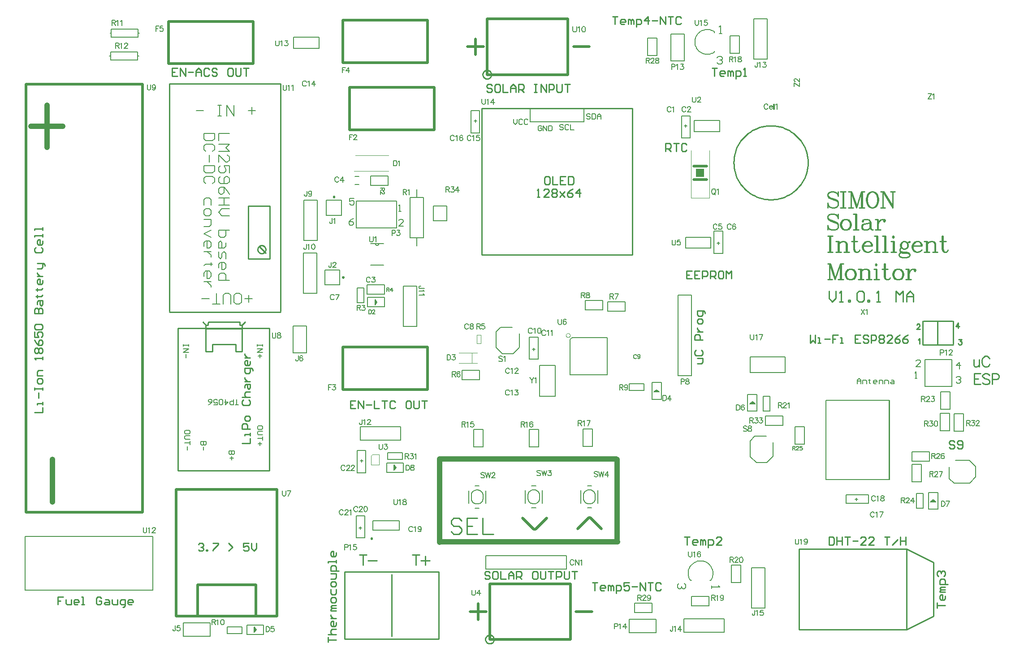
<source format=gto>
%FSTAX23Y23*%
%MOIN*%
%SFA1B1*%

%IPPOS*%
%ADD40C,0.010000*%
%ADD70C,0.007874*%
%ADD71C,0.000000*%
%ADD72C,0.006000*%
%ADD73C,0.009843*%
%ADD74C,0.005000*%
%ADD75C,0.007902*%
%ADD76C,0.008000*%
%ADD77C,0.019685*%
%ADD78C,0.039370*%
%ADD79C,0.003000*%
%ADD80C,0.003937*%
%ADD81C,0.006063*%
%ADD82C,0.005098*%
%ADD83C,0.005905*%
%ADD84R,0.059055X0.059055*%
%LNsolarpcb-1*%
%LPD*%
G54D40*
X0191Y02959D02*
D01*
X0191Y02961*
X0191Y02963*
X0191Y02965*
X01909Y02967*
X01909Y02969*
X01908Y02971*
X01907Y02973*
X01906Y02975*
X01905Y02976*
X01903Y02978*
X01902Y0298*
X01901Y02981*
X01899Y02982*
X01897Y02984*
X01896Y02985*
X01894Y02986*
X01892Y02986*
X0189Y02987*
X01888Y02988*
X01886Y02988*
X01884Y02988*
X01882Y02989*
X0188*
X01878Y02988*
X01876Y02988*
X01874Y02988*
X01872Y02987*
X0187Y02986*
X01868Y02986*
X01866Y02985*
X01864Y02984*
X01863Y02982*
X01861Y02981*
X0186Y0298*
X01858Y02978*
X01857Y02976*
X01856Y02975*
X01855Y02973*
X01854Y02971*
X01853Y02969*
X01852Y02967*
X01852Y02965*
X01852Y02963*
X01851Y02961*
X01851Y02959*
X01851Y02957*
X01852Y02955*
X01852Y02953*
X01852Y02951*
X01853Y02949*
X01854Y02947*
X01855Y02945*
X01856Y02943*
X01857Y02942*
X01858Y0294*
X0186Y02939*
X01861Y02937*
X01863Y02936*
X01864Y02935*
X01866Y02934*
X01868Y02933*
X0187Y02932*
X01872Y02931*
X01874Y0293*
X01876Y0293*
X01878Y0293*
X0188Y0293*
X01882*
X01884Y0293*
X01886Y0293*
X01888Y0293*
X0189Y02931*
X01892Y02932*
X01894Y02933*
X01896Y02934*
X01897Y02935*
X01899Y02936*
X01901Y02937*
X01902Y02939*
X01903Y0294*
X01905Y02942*
X01906Y02943*
X01907Y02945*
X01908Y02947*
X01909Y02949*
X01909Y02951*
X0191Y02953*
X0191Y02955*
X0191Y02957*
X0191Y02959*
X03609Y00057D02*
D01*
X03609Y00059*
X03609Y00061*
X03608Y00063*
X03608Y00065*
X03607Y00067*
X03606Y0007*
X03605Y00072*
X03604Y00073*
X03603Y00075*
X03601Y00077*
X036Y00079*
X03598Y0008*
X03597Y00082*
X03595Y00083*
X03593Y00084*
X03591Y00085*
X03589Y00086*
X03587Y00087*
X03585Y00088*
X03583Y00088*
X0358Y00088*
X03578Y00088*
X03576*
X03574Y00088*
X03572Y00088*
X03569Y00088*
X03567Y00087*
X03565Y00086*
X03563Y00085*
X03561Y00084*
X03559Y00083*
X03557Y00082*
X03556Y0008*
X03554Y00079*
X03553Y00077*
X03551Y00075*
X0355Y00073*
X03549Y00072*
X03548Y0007*
X03547Y00067*
X03546Y00065*
X03546Y00063*
X03545Y00061*
X03545Y00059*
X03545Y00057*
X03545Y00054*
X03545Y00052*
X03546Y0005*
X03546Y00048*
X03547Y00046*
X03548Y00044*
X03549Y00042*
X0355Y0004*
X03551Y00038*
X03553Y00036*
X03554Y00034*
X03556Y00033*
X03557Y00031*
X03559Y0003*
X03561Y00029*
X03563Y00028*
X03565Y00027*
X03567Y00026*
X03569Y00026*
X03572Y00025*
X03574Y00025*
X03576Y00025*
X03578*
X0358Y00025*
X03583Y00025*
X03585Y00026*
X03587Y00026*
X03589Y00027*
X03591Y00028*
X03593Y00029*
X03595Y0003*
X03597Y00031*
X03598Y00033*
X036Y00034*
X03601Y00036*
X03603Y00038*
X03604Y0004*
X03605Y00042*
X03606Y00044*
X03607Y00046*
X03608Y00048*
X03608Y0005*
X03609Y00052*
X03609Y00054*
X03609Y00057*
X01492Y02421D02*
D01*
X01492Y02421*
X01491Y02421*
X0149Y02421*
X0149Y02421*
X01489Y02421*
X01488Y02421*
X01488Y0242*
X01487Y0242*
X01487Y0242*
X01486Y02419*
X01486Y02419*
X01485Y02419*
X01485Y02418*
X01484Y02418*
X01484Y02417*
X01484Y02417*
X01483Y02416*
X01483Y02415*
X01483Y02415*
X01483Y02414*
X01483Y02414*
X01719Y02412D02*
D01*
X01719Y02412*
X01719Y02413*
X01719Y02413*
X01718Y02414*
X01718Y02415*
X01718Y02415*
X01718Y02416*
X01718Y02417*
X01717Y02417*
X01717Y02418*
X01716Y02418*
X01716Y02419*
X01716Y02419*
X01715Y0242*
X01714Y0242*
X01714Y0242*
X01713Y02421*
X01713Y02421*
X01712Y02421*
X01711Y02421*
X01711Y02421*
X01711*
X03589Y04261D02*
D01*
X03589Y04264*
X03589Y04266*
X03589Y04268*
X03588Y0427*
X03587Y04272*
X03587Y04274*
X03586Y04276*
X03584Y04278*
X03583Y0428*
X03582Y04282*
X0358Y04283*
X03579Y04285*
X03577Y04286*
X03575Y04288*
X03573Y04289*
X03571Y0429*
X03569Y04291*
X03567Y04292*
X03565Y04292*
X03563Y04293*
X03561Y04293*
X03558Y04293*
X03556*
X03554Y04293*
X03552Y04293*
X0355Y04292*
X03548Y04292*
X03545Y04291*
X03543Y0429*
X03541Y04289*
X0354Y04288*
X03538Y04286*
X03536Y04285*
X03534Y04283*
X03533Y04282*
X03532Y0428*
X0353Y04278*
X03529Y04276*
X03528Y04274*
X03527Y04272*
X03527Y0427*
X03526Y04268*
X03526Y04266*
X03526Y04264*
X03525Y04261*
X03526Y04259*
X03526Y04257*
X03526Y04255*
X03527Y04253*
X03527Y0425*
X03528Y04248*
X03529Y04246*
X0353Y04244*
X03532Y04243*
X03533Y04241*
X03534Y04239*
X03536Y04238*
X03538Y04236*
X0354Y04235*
X03541Y04234*
X03543Y04233*
X03545Y04232*
X03548Y04231*
X0355Y0423*
X03552Y0423*
X03554Y0423*
X03556Y04229*
X03558*
X03561Y0423*
X03563Y0423*
X03565Y0423*
X03567Y04231*
X03569Y04232*
X03571Y04233*
X03573Y04234*
X03575Y04235*
X03577Y04236*
X03579Y04238*
X0358Y04239*
X03582Y04241*
X03583Y04243*
X03584Y04244*
X03586Y04246*
X03587Y04248*
X03587Y0425*
X03588Y04253*
X03589Y04255*
X03589Y04257*
X03589Y04259*
X03589Y04261*
X05944Y03606D02*
D01*
X05943Y03625*
X05941Y03644*
X05938Y03663*
X05933Y03682*
X05927Y037*
X0592Y03718*
X05911Y03735*
X05902Y03752*
X05891Y03768*
X05879Y03783*
X05866Y03797*
X05852Y03811*
X05838Y03823*
X05822Y03834*
X05806Y03845*
X05789Y03854*
X05771Y03861*
X05753Y03868*
X05735Y03873*
X05716Y03877*
X05697Y0388*
X05678Y03881*
X05658*
X05639Y0388*
X0562Y03877*
X05601Y03873*
X05583Y03868*
X05565Y03861*
X05547Y03854*
X0553Y03845*
X05514Y03834*
X05498Y03823*
X05484Y03811*
X0547Y03797*
X05457Y03783*
X05445Y03768*
X05434Y03752*
X05425Y03735*
X05416Y03718*
X05409Y037*
X05403Y03682*
X05398Y03663*
X05395Y03644*
X05393Y03625*
X05392Y03606*
X05393Y03587*
X05395Y03568*
X05398Y03549*
X05403Y0353*
X05409Y03512*
X05416Y03494*
X05425Y03476*
X05434Y0346*
X05445Y03444*
X05457Y03429*
X0547Y03414*
X05484Y03401*
X05498Y03389*
X05514Y03377*
X0553Y03367*
X05547Y03358*
X05565Y0335*
X05583Y03344*
X05601Y03338*
X0562Y03334*
X05639Y03332*
X05658Y0333*
X05678*
X05697Y03332*
X05716Y03334*
X05735Y03338*
X05753Y03344*
X05771Y0335*
X05789Y03358*
X05806Y03367*
X05822Y03377*
X05838Y03389*
X05852Y03401*
X05866Y03414*
X05879Y03429*
X05891Y03444*
X05902Y0346*
X05911Y03476*
X0592Y03494*
X05927Y03512*
X05933Y0353*
X05938Y03549*
X05941Y03568*
X05943Y03587*
X05944Y03606*
X0186Y02984D02*
X0191Y02934D01*
X01782Y0289D02*
Y03284D01*
X0194Y0289D02*
Y03284D01*
X01782Y0289D02*
X0194D01*
X01782Y03284D02*
X0194D01*
X01193Y02494D02*
X0158D01*
X0202*
X01193Y02501D02*
Y04194D01*
X0129*
X0202*
Y02501D02*
Y04194D01*
X04279Y0401D02*
X04619D01*
X04639*
X03519D02*
X03859D01*
X03879*
X03519D02*
X04639D01*
X03519Y0292D02*
Y0401D01*
Y0292D02*
X04639D01*
Y0401*
X02497Y0056D02*
X03197D01*
Y0006D02*
Y0056D01*
X02497Y0006D02*
X03197D01*
X02497D02*
Y0056D01*
X02797*
X02847Y0008D02*
Y0054D01*
X01513Y02199D02*
Y02254D01*
X01687*
Y02199D02*
Y02254D01*
X01466Y02368D02*
X01734D01*
X01466Y02199D02*
Y02262D01*
Y02199D02*
X01513D01*
X01687D02*
X01734D01*
Y02262*
X01482Y02396D02*
Y02413D01*
X01492Y02421D02*
X0171D01*
X01718Y02396D02*
Y02411D01*
X01443Y02419D02*
X01466Y02396D01*
X01734D02*
X01757Y02419D01*
X01466Y02368D02*
Y02396D01*
Y02199D02*
Y02368D01*
X01734Y02199D02*
Y02368D01*
Y02396*
X01466D02*
X01482D01*
X01718D02*
X01734D01*
X01259Y02372D02*
X01939D01*
Y01312D02*
Y02372D01*
X01259Y01312D02*
X01939D01*
X01259D02*
Y02372D01*
X06679Y00731D02*
X06879Y00631D01*
Y00231D02*
Y00631D01*
X06679Y00131D02*
X06879Y00231D01*
X05879Y00131D02*
X06679D01*
X05879D02*
Y00431D01*
Y00731*
X06679*
Y00131D02*
Y00731D01*
X02634Y00687D02*
Y00608D01*
X02608Y00687D02*
X0266D01*
X0267Y00642D02*
X02737D01*
X03028Y00687D02*
Y00608D01*
X03002Y00687D02*
X03054D01*
X03097Y00675D02*
Y00608D01*
X03063Y00642D02*
X03131D01*
X0508Y02801D02*
X05041D01*
Y02742*
X0508*
X05041Y02771D02*
X05061D01*
X05139Y02801D02*
X051D01*
Y02742*
X05139*
X051Y02771D02*
X0512D01*
X05159Y02742D02*
Y02801D01*
X05189*
X05198Y02791*
Y02771*
X05189Y02761*
X05159*
X05218Y02742D02*
Y02801D01*
X05248*
X05257Y02791*
Y02771*
X05248Y02761*
X05218*
X05238D02*
X05257Y02742D01*
X05307Y02801D02*
X05287D01*
X05277Y02791*
Y02752*
X05287Y02742*
X05307*
X05316Y02752*
Y02791*
X05307Y02801*
X05336Y02742D02*
Y02801D01*
X05356Y02781*
X05376Y02801*
Y02742*
X04885Y0369D02*
Y03749D01*
X04914*
X04924Y03739*
Y03719*
X04914Y03709*
X04885*
X04904D02*
X04924Y0369D01*
X04944Y03749D02*
X04983D01*
X04963*
Y0369*
X05042Y03739D02*
X05032Y03749D01*
X05012*
X05003Y03739*
Y03699*
X05012Y0369*
X05032*
X05042Y03699*
X06163Y03372D02*
X06168Y03389D01*
Y03355*
X06163Y03372*
X06151Y03383*
X06134Y03389*
X06118*
X06101Y03383*
X0609Y03372*
Y03361*
X06095Y0335*
X06101Y03344*
X06112Y03338*
X06146Y03327*
X06157Y03322*
X06168Y0331*
X0609Y03361D02*
X06101Y0335D01*
X06112Y03344*
X06146Y03333*
X06157Y03327*
X06163Y03322*
X06168Y0331*
Y03288*
X06157Y03277*
X0614Y03271*
X06123*
X06106Y03277*
X06095Y03288*
X0609Y03305*
Y03271*
X06095Y03288*
X06203Y03389D02*
Y03271D01*
X06208Y03389D02*
Y03271D01*
X06186Y03389D02*
X06225D01*
X06186Y03271D02*
X06225D01*
X06263Y03389D02*
Y03271D01*
X06269Y03389D02*
X06303Y03288D01*
X06263Y03389D02*
X06303Y03271D01*
X06342Y03389D02*
X06303Y03271D01*
X06342Y03389D02*
Y03271D01*
X06348Y03389D02*
Y03271D01*
X06246Y03389D02*
X06269D01*
X06342D02*
X06364D01*
X06246Y03271D02*
X0628D01*
X06325D02*
X06364D01*
X06417Y03389D02*
X064Y03383D01*
X06389Y03372*
X06384Y03361*
X06378Y03338*
Y03322*
X06384Y03299*
X06389Y03288*
X064Y03277*
X06417Y03271*
X06429*
X06445Y03277*
X06457Y03288*
X06462Y03299*
X06468Y03322*
Y03338*
X06462Y03361*
X06457Y03372*
X06445Y03383*
X06429Y03389*
X06417*
X06406Y03383*
X06395Y03372*
X06389Y03361*
X06384Y03338*
Y03322*
X06389Y03299*
X06395Y03288*
X06406Y03277*
X06417Y03271*
X06429D02*
X0644Y03277D01*
X06451Y03288*
X06457Y03299*
X06462Y03322*
Y03338*
X06457Y03361*
X06451Y03372*
X0644Y03383*
X06429Y03389*
X06501D02*
Y03271D01*
X06507Y03389D02*
X06574Y03282D01*
X06507Y03378D02*
X06574Y03271D01*
Y03389D02*
Y03271D01*
X06484Y03389D02*
X06507D01*
X06557D02*
X06591D01*
X06484Y03271D02*
X06518D01*
X06163Y03206D02*
X06168Y03223D01*
Y0319*
X06163Y03206*
X06151Y03218*
X06134Y03223*
X06118*
X06101Y03218*
X0609Y03206*
Y03195*
X06095Y03184*
X06101Y03178*
X06112Y03173*
X06146Y03161*
X06157Y03156*
X06168Y03145*
X0609Y03195D02*
X06101Y03184D01*
X06112Y03178*
X06146Y03167*
X06157Y03161*
X06163Y03156*
X06168Y03145*
Y03122*
X06157Y03111*
X0614Y03105*
X06123*
X06106Y03111*
X06095Y03122*
X0609Y03139*
Y03105*
X06095Y03122*
X06219Y03184D02*
X06203Y03178D01*
X06191Y03167*
X06186Y0315*
Y03139*
X06191Y03122*
X06203Y03111*
X06219Y03105*
X06231*
X06248Y03111*
X06259Y03122*
X06264Y03139*
Y0315*
X06259Y03167*
X06248Y03178*
X06231Y03184*
X06219*
X06208Y03178*
X06197Y03167*
X06191Y0315*
Y03139*
X06197Y03122*
X06208Y03111*
X06219Y03105*
X06231D02*
X06242Y03111D01*
X06253Y03122*
X06259Y03139*
Y0315*
X06253Y03167*
X06242Y03178*
X06231Y03184*
X06299Y03223D02*
Y03105D01*
X06304Y03223D02*
Y03105D01*
X06282Y03223D02*
X06304D01*
X06282Y03105D02*
X06321D01*
X06354Y03173D02*
Y03167D01*
X06348*
Y03173*
X06354Y03178*
X06365Y03184*
X06388*
X06399Y03178*
X06404Y03173*
X0641Y03161*
Y03122*
X06416Y03111*
X06421Y03105*
X06404Y03173D02*
Y03122D01*
X0641Y03111*
X06421Y03105*
X06427*
X06404Y03161D02*
X06399Y03156D01*
X06365Y0315*
X06348Y03145*
X06343Y03133*
Y03122*
X06348Y03111*
X06365Y03105*
X06382*
X06393Y03111*
X06404Y03122*
X06365Y0315D02*
X06354Y03145D01*
X06348Y03133*
Y03122*
X06354Y03111*
X06365Y03105*
X06461Y03184D02*
Y03105D01*
X06466Y03184D02*
Y03105D01*
Y0315D02*
X06472Y03167D01*
X06483Y03178*
X06494Y03184*
X06511*
X06517Y03178*
Y03173*
X06511Y03167*
X06506Y03173*
X06511Y03178*
X06444Y03184D02*
X06466D01*
X06444Y03105D02*
X06483D01*
X06106Y03058D02*
Y0294D01*
X06112Y03058D02*
Y0294D01*
X0609Y03058D02*
X06129D01*
X0609Y0294D02*
X06129D01*
X06167Y03018D02*
Y0294D01*
X06173Y03018D02*
Y0294D01*
Y03001D02*
X06184Y03013D01*
X06201Y03018*
X06212*
X06229Y03013*
X06235Y03001*
Y0294*
X06212Y03018D02*
X06223Y03013D01*
X06229Y03001*
Y0294*
X0615Y03018D02*
X06173D01*
X0615Y0294D02*
X0619D01*
X06212D02*
X06251D01*
X063D02*
X06295Y02945D01*
X06289Y02962*
Y03058*
X06283*
Y02962*
X06289Y02945*
X063Y0294*
X06312*
X06323Y02945*
X06328Y02956*
X06267Y03018D02*
X06312D01*
X06353Y02985D02*
X06421D01*
Y02996*
X06415Y03007*
X06409Y03013*
X06398Y03018*
X06381*
X06364Y03013*
X06353Y03001*
X06348Y02985*
Y02973*
X06353Y02956*
X06364Y02945*
X06381Y0294*
X06393*
X06409Y02945*
X06421Y02956*
X06415Y02985D02*
Y03001D01*
X06409Y03013*
X06381Y03018D02*
X0637Y03013D01*
X06359Y03001*
X06353Y02985*
Y02973*
X06359Y02956*
X0637Y02945*
X06381Y0294*
X06456Y03058D02*
Y0294D01*
X06461Y03058D02*
Y0294D01*
X06439Y03058D02*
X06461D01*
X06439Y0294D02*
X06478D01*
X06516Y03058D02*
Y0294D01*
X06522Y03058D02*
Y0294D01*
X06499Y03058D02*
X06522D01*
X06499Y0294D02*
X06539D01*
X06577Y03058D02*
X06571Y03052D01*
X06577Y03046*
X06583Y03052*
X06577Y03058*
Y03018D02*
Y0294D01*
X06583Y03018D02*
Y0294D01*
X0656Y03018D02*
X06583D01*
X0656Y0294D02*
X066D01*
X06655Y03018D02*
X06643Y03013D01*
X06638Y03007*
X06632Y02996*
Y02985*
X06638Y02973*
X06643Y02968*
X06655Y02962*
X06666*
X06677Y02968*
X06683Y02973*
X06688Y02985*
Y02996*
X06683Y03007*
X06677Y03013*
X06666Y03018*
X06655*
X06643Y03013D02*
X06638Y03001D01*
Y02979*
X06643Y02968*
X06677D02*
X06683Y02979D01*
Y03001*
X06677Y03013*
X06683Y03007D02*
X06688Y03013D01*
X067Y03018*
Y03013*
X06688*
X06638Y02973D02*
X06632Y02968D01*
X06627Y02956*
Y02951*
X06632Y0294*
X06649Y02934*
X06677*
X06694Y02928*
X067Y02923*
X06627Y02951D02*
X06632Y02945D01*
X06649Y0294*
X06677*
X06694Y02934*
X067Y02923*
Y02917*
X06694Y02906*
X06677Y029*
X06643*
X06627Y02906*
X06621Y02917*
Y02923*
X06627Y02934*
X06643Y0294*
X06723Y02985D02*
X0679D01*
Y02996*
X06785Y03007*
X06779Y03013*
X06768Y03018*
X06751*
X06734Y03013*
X06723Y03001*
X06717Y02985*
Y02973*
X06723Y02956*
X06734Y02945*
X06751Y0294*
X06762*
X06779Y02945*
X0679Y02956*
X06785Y02985D02*
Y03001D01*
X06779Y03013*
X06751Y03018D02*
X0674Y03013D01*
X06728Y03001*
X06723Y02985*
Y02973*
X06728Y02956*
X0674Y02945*
X06751Y0294*
X06825Y03018D02*
Y0294D01*
X06831Y03018D02*
Y0294D01*
Y03001D02*
X06842Y03013D01*
X06859Y03018*
X0687*
X06887Y03013*
X06892Y03001*
Y0294*
X0687Y03018D02*
X06881Y03013D01*
X06887Y03001*
Y0294*
X06808Y03018D02*
X06831D01*
X06808Y0294D02*
X06847D01*
X0687D02*
X06909D01*
X06958D02*
X06953Y02945D01*
X06947Y02962*
Y03058*
X06941*
Y02962*
X06947Y02945*
X06958Y0294*
X0697*
X06981Y02945*
X06986Y02956*
X06925Y03018D02*
X0697D01*
X06106Y02853D02*
Y02735D01*
X06112Y02853D02*
X06146Y02751D01*
X06106Y02853D02*
X06146Y02735D01*
X06185Y02853D02*
X06146Y02735D01*
X06185Y02853D02*
Y02735D01*
X06191Y02853D02*
Y02735D01*
X0609Y02853D02*
X06112D01*
X06185D02*
X06208D01*
X0609Y02735D02*
X06123D01*
X06168D02*
X06208D01*
X06255Y02813D02*
X06238Y02808D01*
X06227Y02796*
X06221Y02779*
Y02768*
X06227Y02751*
X06238Y0274*
X06255Y02735*
X06266*
X06283Y0274*
X06294Y02751*
X063Y02768*
Y02779*
X06294Y02796*
X06283Y02808*
X06266Y02813*
X06255*
X06244Y02808*
X06232Y02796*
X06227Y02779*
Y02768*
X06232Y02751*
X06244Y0274*
X06255Y02735*
X06266D02*
X06277Y0274D01*
X06289Y02751*
X06294Y02768*
Y02779*
X06289Y02796*
X06277Y02808*
X06266Y02813*
X06334D02*
Y02735D01*
X0634Y02813D02*
Y02735D01*
Y02796D02*
X06351Y02808D01*
X06368Y02813*
X06379*
X06396Y02808*
X06402Y02796*
Y02735*
X06379Y02813D02*
X0639Y02808D01*
X06396Y02796*
Y02735*
X06317Y02813D02*
X0634D01*
X06317Y02735D02*
X06357D01*
X06379D02*
X06418D01*
X06451Y02853D02*
X06445Y02847D01*
X06451Y02841*
X06456Y02847*
X06451Y02853*
Y02813D02*
Y02735D01*
X06456Y02813D02*
Y02735D01*
X06434Y02813D02*
X06456D01*
X06434Y02735D02*
X06473D01*
X06528D02*
X06522Y0274D01*
X06517Y02757*
Y02853*
X06511*
Y02757*
X06517Y0274*
X06528Y02735*
X06539*
X06551Y0274*
X06556Y02751*
X06494Y02813D02*
X06539D01*
X06609D02*
X06592Y02808D01*
X06581Y02796*
X06575Y02779*
Y02768*
X06581Y02751*
X06592Y0274*
X06609Y02735*
X0662*
X06637Y0274*
X06648Y02751*
X06654Y02768*
Y02779*
X06648Y02796*
X06637Y02808*
X0662Y02813*
X06609*
X06598Y02808*
X06587Y02796*
X06581Y02779*
Y02768*
X06587Y02751*
X06598Y0274*
X06609Y02735*
X0662D02*
X06632Y0274D01*
X06643Y02751*
X06648Y02768*
Y02779*
X06643Y02796*
X06632Y02808*
X0662Y02813*
X06688D02*
Y02735D01*
X06694Y02813D02*
Y02735D01*
Y02779D02*
X067Y02796D01*
X06711Y02808*
X06722Y02813*
X06739*
X06745Y02808*
Y02802*
X06739Y02796*
X06733Y02802*
X06739Y02808*
X06671Y02813D02*
X06694D01*
X06671Y02735D02*
X06711D01*
X04013Y03503D02*
X03993D01*
X03984Y03494*
Y03454*
X03993Y03444*
X04013*
X04023Y03454*
Y03494*
X04013Y03503*
X04043D02*
Y03444D01*
X04082*
X04141Y03503D02*
X04102D01*
Y03444*
X04141*
X04102Y03474D02*
X04121D01*
X04161Y03503D02*
Y03444D01*
X0419*
X042Y03454*
Y03494*
X0419Y03503*
X04161*
X0393Y0335D02*
X03949D01*
X03939*
Y03409*
X0393Y03399*
X04018Y0335D02*
X03979D01*
X04018Y03389*
Y03399*
X04008Y03409*
X03989*
X03979Y03399*
X04038D02*
X04048Y03409D01*
X04067*
X04077Y03399*
Y03389*
X04067Y03379*
X04077Y03369*
Y03359*
X04067Y0335*
X04048*
X04038Y03359*
Y03369*
X04048Y03379*
X04038Y03389*
Y03399*
X04048Y03379D02*
X04067D01*
X04097Y03389D02*
X04136Y0335D01*
X04116Y03369*
X04136Y03389*
X04097Y0335*
X04195Y03409D02*
X04175Y03399D01*
X04156Y03379*
Y03359*
X04166Y0335*
X04185*
X04195Y03359*
Y03369*
X04185Y03379*
X04156*
X04244Y0335D02*
Y03409D01*
X04215Y03379*
X04254*
X07034Y01526D02*
X07024Y01536D01*
X07004*
X06995Y01526*
Y01516*
X07004Y01506*
X07024*
X07034Y01496*
Y01486*
X07024Y01477*
X07004*
X06995Y01486*
X07054D02*
X07064Y01477D01*
X07084*
X07094Y01486*
Y01526*
X07084Y01536*
X07064*
X07054Y01526*
Y01516*
X07064Y01506*
X07094*
X0434Y00479D02*
X04379D01*
X04359*
Y0042*
X04428D02*
X04408D01*
X04399Y00429*
Y00449*
X04408Y00459*
X04428*
X04438Y00449*
Y00439*
X04399*
X04458Y0042D02*
Y00459D01*
X04467*
X04477Y00449*
Y0042*
Y00449*
X04487Y00459*
X04497Y00449*
Y0042*
X04517Y004D02*
Y00459D01*
X04546*
X04556Y00449*
Y00429*
X04546Y0042*
X04517*
X04615Y00479D02*
X04576D01*
Y00449*
X04595Y00459*
X04605*
X04615Y00449*
Y00429*
X04605Y0042*
X04585*
X04576Y00429*
X04635Y00449D02*
X04674D01*
X04694Y0042D02*
Y00479D01*
X04733Y0042*
Y00479*
X04753D02*
X04792D01*
X04772*
Y0042*
X04851Y00469D02*
X04841Y00479D01*
X04822*
X04812Y00469*
Y00429*
X04822Y0042*
X04841*
X04851Y00429*
X0449Y04694D02*
X04529D01*
X04509*
Y04635*
X04578D02*
X04558D01*
X04549Y04644*
Y04664*
X04558Y04674*
X04578*
X04588Y04664*
Y04654*
X04549*
X04608Y04635D02*
Y04674D01*
X04617*
X04627Y04664*
Y04635*
Y04664*
X04637Y04674*
X04647Y04664*
Y04635*
X04667Y04615D02*
Y04674D01*
X04696*
X04706Y04664*
Y04644*
X04696Y04635*
X04667*
X04755D02*
Y04694D01*
X04726Y04664*
X04765*
X04785D02*
X04824D01*
X04844Y04635D02*
Y04694D01*
X04883Y04635*
Y04694*
X04903D02*
X04942D01*
X04922*
Y04635*
X05001Y04684D02*
X04991Y04694D01*
X04972*
X04962Y04684*
Y04644*
X04972Y04635*
X04991*
X05001Y04644*
X06905Y0029D02*
Y00329D01*
Y00309*
X06965*
Y00378D02*
Y00358D01*
X06955Y00349*
X06935*
X06925Y00358*
Y00378*
X06935Y00388*
X06945*
Y00349*
X06965Y00408D02*
X06925D01*
Y00417*
X06935Y00427*
X06965*
X06935*
X06925Y00437*
X06935Y00447*
X06965*
X06984Y00467D02*
X06925D01*
Y00496*
X06935Y00506*
X06955*
X06965Y00496*
Y00467*
X06915Y00526D02*
X06905Y00535D01*
Y00555*
X06915Y00565*
X06925*
X06935Y00555*
Y00545*
Y00555*
X06945Y00565*
X06955*
X06965Y00555*
Y00535*
X06955Y00526*
X05025Y00819D02*
X05064D01*
X05044*
Y0076*
X05113D02*
X05093D01*
X05084Y00769*
Y00789*
X05093Y00799*
X05113*
X05123Y00789*
Y00779*
X05084*
X05143Y0076D02*
Y00799D01*
X05152*
X05162Y00789*
Y0076*
Y00789*
X05172Y00799*
X05182Y00789*
Y0076*
X05202Y0074D02*
Y00799D01*
X05231*
X05241Y00789*
Y00769*
X05231Y0076*
X05202*
X053D02*
X05261D01*
X053Y00799*
Y00809*
X0529Y00819*
X0527*
X05261Y00809*
X0523Y04309D02*
X05269D01*
X05249*
Y0425*
X05318D02*
X05298D01*
X05289Y04259*
Y04279*
X05298Y04289*
X05318*
X05328Y04279*
Y04269*
X05289*
X05348Y0425D02*
Y04289D01*
X05357*
X05367Y04279*
Y0425*
Y04279*
X05377Y04289*
X05387Y04279*
Y0425*
X05407Y0423D02*
Y04289D01*
X05436*
X05446Y04279*
Y04259*
X05436Y0425*
X05407*
X05466D02*
X05485D01*
X05475*
Y04309*
X05466Y04299*
X0596Y02322D02*
Y02263D01*
X0598Y02283*
X05999Y02263*
Y02322*
X06019Y02263D02*
X06039D01*
X06029*
Y02303*
X06019*
X06068Y02293D02*
X06108D01*
X06167Y02322D02*
X06127D01*
Y02293*
X06147*
X06127*
Y02263*
X06186D02*
X06206D01*
X06196*
Y02303*
X06186*
X06334Y02322D02*
X06295D01*
Y02263*
X06334*
X06295Y02293D02*
X06314D01*
X06393Y02312D02*
X06383Y02322D01*
X06364*
X06354Y02312*
Y02303*
X06364Y02293*
X06383*
X06393Y02283*
Y02273*
X06383Y02263*
X06364*
X06354Y02273*
X06413Y02263D02*
Y02322D01*
X06442*
X06452Y02312*
Y02293*
X06442Y02283*
X06413*
X06472Y02312D02*
X06482Y02322D01*
X06501*
X06511Y02312*
Y02303*
X06501Y02293*
X06511Y02283*
Y02273*
X06501Y02263*
X06482*
X06472Y02273*
Y02283*
X06482Y02293*
X06472Y02303*
Y02312*
X06482Y02293D02*
X06501D01*
X0657Y02263D02*
X06531D01*
X0657Y02303*
Y02312*
X0656Y02322*
X06541*
X06531Y02312*
X06629Y02322D02*
X0661Y02312D01*
X0659Y02293*
Y02273*
X066Y02263*
X06619*
X06629Y02273*
Y02283*
X06619Y02293*
X0659*
X06688Y02322D02*
X06669Y02312D01*
X06649Y02293*
Y02273*
X06659Y02263*
X06678*
X06688Y02273*
Y02283*
X06678Y02293*
X06649*
X0512Y0211D02*
X0515D01*
X0516Y02119*
Y02149*
X0512*
X0511Y02208D02*
X051Y02198D01*
Y02178*
X0511Y02169*
X0515*
X0516Y02178*
Y02198*
X0515Y02208*
X0516Y02287D02*
X051D01*
Y02316*
X0511Y02326*
X0513*
X0514Y02316*
Y02287*
X0512Y02346D02*
X0516D01*
X0514*
X0513Y02355*
X0512Y02365*
Y02375*
X0516Y02415D02*
Y02434D01*
X0515Y02444*
X0513*
X0512Y02434*
Y02415*
X0513Y02405*
X0515*
X0516Y02415*
X05179Y02483D02*
Y02493D01*
X05169Y02503*
X0512*
Y02474*
X0513Y02464*
X0515*
X0516Y02474*
Y02503*
X03368Y00938D02*
X03349Y00958D01*
X03309*
X0329Y00938*
Y00918*
X03309Y00899*
X03349*
X03368Y00879*
Y00859*
X03349Y0084*
X03309*
X0329Y00859*
X03486Y00958D02*
X03408D01*
Y0084*
X03486*
X03408Y00899D02*
X03447D01*
X03526Y00958D02*
Y0084D01*
X03604*
X07062Y02413D02*
X07043Y02387D01*
X07071*
X07062Y02413D02*
Y02374D01*
X07066Y02291D02*
X07087D01*
X07076Y02276*
X07081*
X07085Y02274*
X07087Y02272*
X07089Y02266*
Y02263*
X07087Y02257*
X07083Y02253*
X07077Y02251*
X07072*
X07066Y02253*
X07064Y02255*
X07062Y02259*
X06753Y02396D02*
Y02398D01*
X06755Y02401*
X06757Y02403*
X06761Y02405*
X06768*
X06772Y02403*
X06774Y02401*
X06776Y02398*
Y02394*
X06774Y0239*
X0677Y02384*
X06751Y02366*
X06778*
X06763Y02287D02*
X06767Y02289D01*
X06773Y02295*
Y02255*
X07177Y02139D02*
Y02101D01*
X0718Y0209*
X07188Y02086*
X07199*
X07207Y0209*
X07218Y02101*
Y02139D02*
Y02086D01*
X07295Y02146D02*
X07291Y02154D01*
X07284Y02161*
X07276Y02165*
X07261*
X07254Y02161*
X07246Y02154*
X07242Y02146*
X07239Y02135*
Y02116*
X07242Y02105*
X07246Y02097*
X07254Y0209*
X07261Y02086*
X07276*
X07284Y0209*
X07291Y02097*
X07295Y02105*
X07229Y02035D02*
X07181D01*
Y01956*
X07229*
X07181Y01997D02*
X07211D01*
X07295Y02024D02*
X07287Y02031D01*
X07276Y02035*
X07261*
X0725Y02031*
X07242Y02024*
Y02016*
X07246Y02009*
X0725Y02005*
X07257Y02001*
X0728Y01994*
X07287Y0199*
X07291Y01986*
X07295Y01979*
Y01967*
X07287Y0196*
X07276Y01956*
X07261*
X0725Y0196*
X07242Y01967*
X07313Y01994D02*
X07346D01*
X07358Y01997*
X07361Y02001*
X07365Y02009*
Y0202*
X07361Y02027*
X07358Y02031*
X07346Y02035*
X07313*
Y01956*
X061Y02648D02*
Y02596D01*
X06126Y0257*
X06152Y02596*
Y02648*
X06178Y0257D02*
X06204D01*
X06191*
Y02648*
X06178Y02635*
X06244Y0257D02*
Y02583D01*
X06257*
Y0257*
X06244*
X06309Y02635D02*
X06323Y02648D01*
X06349*
X06362Y02635*
Y02583*
X06349Y0257*
X06323*
X06309Y02583*
Y02635*
X06388Y0257D02*
Y02583D01*
X06401*
Y0257*
X06388*
X06454D02*
X0648D01*
X06467*
Y02648*
X06454Y02635*
X06598Y0257D02*
Y02648D01*
X06624Y02622*
X06651Y02648*
Y0257*
X06677D02*
Y02622D01*
X06703Y02648*
X06729Y02622*
Y0257*
Y02609*
X06677*
X03594Y04179D02*
X03584Y04189D01*
X03564*
X03555Y04179*
Y04169*
X03564Y04159*
X03584*
X03594Y04149*
Y04139*
X03584Y0413*
X03564*
X03555Y04139*
X03643Y04189D02*
X03623D01*
X03614Y04179*
Y04139*
X03623Y0413*
X03643*
X03653Y04139*
Y04179*
X03643Y04189*
X03673D02*
Y0413D01*
X03712*
X03732D02*
Y04169D01*
X03751Y04189*
X03771Y04169*
Y0413*
Y04159*
X03732*
X03791Y0413D02*
Y04189D01*
X0382*
X0383Y04179*
Y04159*
X0382Y04149*
X03791*
X0381D02*
X0383Y0413D01*
X03909Y04189D02*
X03928D01*
X03919*
Y0413*
X03909*
X03928*
X03958D02*
Y04189D01*
X03997Y0413*
Y04189*
X04017Y0413D02*
Y04189D01*
X04046*
X04056Y04179*
Y04159*
X04046Y04149*
X04017*
X04076Y04189D02*
Y04139D01*
X04086Y0413*
X04106*
X04115Y04139*
Y04189*
X04135D02*
X04174D01*
X04155*
Y0413*
X03579Y00554D02*
X03569Y00564D01*
X03549*
X0354Y00554*
Y00544*
X03549Y00534*
X03569*
X03579Y00524*
Y00514*
X03569Y00505*
X03549*
X0354Y00514*
X03628Y00564D02*
X03608D01*
X03599Y00554*
Y00514*
X03608Y00505*
X03628*
X03638Y00514*
Y00554*
X03628Y00564*
X03658D02*
Y00505D01*
X03697*
X03717D02*
Y00544D01*
X03736Y00564*
X03756Y00544*
Y00505*
Y00534*
X03717*
X03776Y00505D02*
Y00564D01*
X03805*
X03815Y00554*
Y00534*
X03805Y00524*
X03776*
X03795D02*
X03815Y00505D01*
X03923Y00564D02*
X03904D01*
X03894Y00554*
Y00514*
X03904Y00505*
X03923*
X03933Y00514*
Y00554*
X03923Y00564*
X03953D02*
Y00514D01*
X03963Y00505*
X03982*
X03992Y00514*
Y00564*
X04012D02*
X04051D01*
X04031*
Y00505*
X04071D02*
Y00564D01*
X041*
X0411Y00554*
Y00534*
X041Y00524*
X04071*
X0413Y00564D02*
Y00514D01*
X0414Y00505*
X04159*
X04169Y00514*
Y00564*
X04189D02*
X04228D01*
X04209*
Y00505*
X02375Y00035D02*
Y00074D01*
Y00054*
X02435*
X02375Y00094D02*
X02435D01*
X02405*
X02395Y00103*
Y00123*
X02405Y00133*
X02435*
Y00182D02*
Y00162D01*
X02425Y00153*
X02405*
X02395Y00162*
Y00182*
X02405Y00192*
X02415*
Y00153*
X02395Y00212D02*
X02435D01*
X02415*
X02405Y00221*
X02395Y00231*
Y00241*
X02435Y00271D02*
X02395D01*
Y0028*
X02405Y0029*
X02435*
X02405*
X02395Y003*
X02405Y0031*
X02435*
Y0034D02*
Y00359D01*
X02425Y00369*
X02405*
X02395Y00359*
Y0034*
X02405Y0033*
X02425*
X02435Y0034*
X02395Y00428D02*
Y00399D01*
X02405Y00389*
X02425*
X02435Y00399*
Y00428*
Y00458D02*
Y00477D01*
X02425Y00487*
X02405*
X02395Y00477*
Y00458*
X02405Y00448*
X02425*
X02435Y00458*
X02395Y00507D02*
X02425D01*
X02435Y00517*
Y00546*
X02395*
X02454Y00566D02*
X02395D01*
Y00595*
X02405Y00605*
X02425*
X02435Y00595*
Y00566*
Y00625D02*
Y00645D01*
Y00635*
X02375*
Y00625*
X02435Y00704D02*
Y00684D01*
X02425Y00674*
X02405*
X02395Y00684*
Y00704*
X02405Y00713*
X02415*
Y00674*
X0141Y00764D02*
X01419Y00774D01*
X01439*
X01449Y00764*
Y00754*
X01439Y00744*
X01429*
X01439*
X01449Y00734*
Y00724*
X01439Y00715*
X01419*
X0141Y00724*
X01469Y00715D02*
Y00724D01*
X01478*
Y00715*
X01469*
X01518Y00774D02*
X01557D01*
Y00764*
X01518Y00724*
Y00715*
X01636D02*
X01665Y00744D01*
X01636Y00774*
X01783D02*
X01744D01*
Y00744*
X01764Y00754*
X01774*
X01783Y00744*
Y00724*
X01774Y00715*
X01754*
X01744Y00724*
X01803Y00774D02*
Y00734D01*
X01823Y00715*
X01842Y00734*
Y00774*
X01735Y01515D02*
X01795D01*
Y01554*
Y01574D02*
Y01593D01*
Y01583*
X01755*
Y01574*
X01795Y01623D02*
X01735D01*
Y01652*
X01745Y01662*
X01765*
X01775Y01652*
Y01623*
X01795Y01692D02*
Y01711D01*
X01785Y01721*
X01765*
X01755Y01711*
Y01692*
X01765Y01682*
X01785*
X01795Y01692*
X01745Y01839D02*
X01735Y01829D01*
Y0181*
X01745Y018*
X01785*
X01795Y0181*
Y01829*
X01785Y01839*
X01735Y01859D02*
X01795D01*
X01765*
X01755Y01869*
Y01888*
X01765Y01898*
X01795*
X01755Y01928D02*
Y01947D01*
X01765Y01957*
X01795*
Y01928*
X01785Y01918*
X01775Y01928*
Y01957*
X01755Y01977D02*
X01795D01*
X01775*
X01765Y01987*
X01755Y01997*
Y02006*
X01814Y02056D02*
Y02066D01*
X01804Y02075*
X01755*
Y02046*
X01765Y02036*
X01785*
X01795Y02046*
Y02075*
Y02125D02*
Y02105D01*
X01785Y02095*
X01765*
X01755Y02105*
Y02125*
X01765Y02134*
X01775*
Y02095*
X01755Y02154D02*
X01795D01*
X01775*
X01765Y02164*
X01755Y02174*
Y02184*
X00404Y00374D02*
X00365D01*
Y00344*
X00384*
X00365*
Y00315*
X00424Y00354D02*
Y00324D01*
X00433Y00315*
X00463*
Y00354*
X00512Y00315D02*
X00492D01*
X00483Y00324*
Y00344*
X00492Y00354*
X00512*
X00522Y00344*
Y00334*
X00483*
X00542Y00315D02*
X00561D01*
X00551*
Y00374*
X00542*
X00689Y00364D02*
X00679Y00374D01*
X0066*
X0065Y00364*
Y00324*
X0066Y00315*
X00679*
X00689Y00324*
Y00344*
X0067*
X00719Y00354D02*
X00738D01*
X00748Y00344*
Y00315*
X00719*
X00709Y00324*
X00719Y00334*
X00748*
X00768Y00354D02*
Y00324D01*
X00778Y00315*
X00807*
Y00354*
X00847Y00295D02*
X00856D01*
X00866Y00305*
Y00354*
X00837*
X00827Y00344*
Y00324*
X00837Y00315*
X00866*
X00916D02*
X00896D01*
X00886Y00324*
Y00344*
X00896Y00354*
X00916*
X00925Y00344*
Y00334*
X00886*
X02579Y01834D02*
X0254D01*
Y01775*
X02579*
X0254Y01804D02*
X02559D01*
X02599Y01775D02*
Y01834D01*
X02638Y01775*
Y01834*
X02658Y01804D02*
X02697D01*
X02717Y01834D02*
Y01775D01*
X02756*
X02776Y01834D02*
X02815D01*
X02795*
Y01775*
X02874Y01824D02*
X02864Y01834D01*
X02845*
X02835Y01824*
Y01784*
X02845Y01775*
X02864*
X02874Y01784*
X02982Y01834D02*
X02963D01*
X02953Y01824*
Y01784*
X02963Y01775*
X02982*
X02992Y01784*
Y01824*
X02982Y01834*
X03012D02*
Y01784D01*
X03022Y01775*
X03041*
X03051Y01784*
Y01834*
X03071D02*
X0311D01*
X03091*
Y01775*
X01254Y04309D02*
X01215D01*
Y0425*
X01254*
X01215Y04279D02*
X01234D01*
X01274Y0425D02*
Y04309D01*
X01313Y0425*
Y04309*
X01333Y04279D02*
X01372D01*
X01392Y0425D02*
Y04289D01*
X01411Y04309*
X01431Y04289*
Y0425*
Y04279*
X01392*
X0149Y04299D02*
X0148Y04309D01*
X0146*
X01451Y04299*
Y04259*
X0146Y0425*
X0148*
X0149Y04259*
X01549Y04299D02*
X01539Y04309D01*
X0152*
X0151Y04299*
Y04289*
X0152Y04279*
X01539*
X01549Y04269*
Y04259*
X01539Y0425*
X0152*
X0151Y04259*
X01657Y04309D02*
X01638D01*
X01628Y04299*
Y04259*
X01638Y0425*
X01657*
X01667Y04259*
Y04299*
X01657Y04309*
X01687D02*
Y04259D01*
X01697Y0425*
X01716*
X01726Y04259*
Y04309*
X01746D02*
X01785D01*
X01766*
Y0425*
X0019Y01745D02*
X0025D01*
Y01784*
Y01804D02*
Y01823D01*
Y01813*
X0021*
Y01804*
X0022Y01853D02*
Y01892D01*
X0019Y01912D02*
Y01931D01*
Y01922*
X0025*
Y01912*
Y01931*
Y01971D02*
Y0199D01*
X0024Y02*
X0022*
X0021Y0199*
Y01971*
X0022Y01961*
X0024*
X0025Y01971*
Y0202D02*
X0021D01*
Y0205*
X0022Y02059*
X0025*
Y02138D02*
Y02158D01*
Y02148*
X0019*
X002Y02138*
Y02187D02*
X0019Y02197D01*
Y02217*
X002Y02227*
X0021*
X0022Y02217*
X0023Y02227*
X0024*
X0025Y02217*
Y02197*
X0024Y02187*
X0023*
X0022Y02197*
X0021Y02187*
X002*
X0022Y02197D02*
Y02217D01*
X0019Y02286D02*
X002Y02266D01*
X0022Y02246*
X0024*
X0025Y02256*
Y02276*
X0024Y02286*
X0023*
X0022Y02276*
Y02246*
X0019Y02345D02*
Y02305D01*
X0022*
X0021Y02325*
Y02335*
X0022Y02345*
X0024*
X0025Y02335*
Y02315*
X0024Y02305*
X002Y02364D02*
X0019Y02374D01*
Y02394*
X002Y02404*
X0024*
X0025Y02394*
Y02374*
X0024Y02364*
X002*
X0019Y02482D02*
X0025D01*
Y02512*
X0024Y02522*
X0023*
X0022Y02512*
Y02482*
Y02512*
X0021Y02522*
X002*
X0019Y02512*
Y02482*
X0021Y02551D02*
Y02571D01*
X0022Y02581*
X0025*
Y02551*
X0024Y02541*
X0023Y02551*
Y02581*
X002Y0261D02*
X0021D01*
Y02601*
Y0262*
Y0261*
X0024*
X0025Y0262*
X002Y0266D02*
X0021D01*
Y0265*
Y02669*
Y0266*
X0024*
X0025Y02669*
Y02728D02*
Y02709D01*
X0024Y02699*
X0022*
X0021Y02709*
Y02728*
X0022Y02738*
X0023*
Y02699*
X0021Y02758D02*
X0025D01*
X0023*
X0022Y02768*
X0021Y02778*
Y02787*
Y02817D02*
X0024D01*
X0025Y02827*
Y02856*
X00259*
X00269Y02847*
Y02837*
X0025Y02856D02*
X0021D01*
X002Y02974D02*
X0019Y02965D01*
Y02945*
X002Y02935*
X0024*
X0025Y02945*
Y02965*
X0024Y02974*
X0025Y03024D02*
Y03004D01*
X0024Y02994*
X0022*
X0021Y03004*
Y03024*
X0022Y03033*
X0023*
Y02994*
X0025Y03053D02*
Y03073D01*
Y03063*
X0019*
Y03053*
X0025Y03102D02*
Y03122D01*
Y03112*
X0019*
Y03102*
X061Y00819D02*
Y0076D01*
X06129*
X06139Y00769*
Y00809*
X06129Y00819*
X061*
X06159D02*
Y0076D01*
Y00789*
X06198*
Y00819*
Y0076*
X06218Y00819D02*
X06257D01*
X06237*
Y0076*
X06277Y00789D02*
X06316D01*
X06375Y0076D02*
X06336D01*
X06375Y00799*
Y00809*
X06365Y00819*
X06345*
X06336Y00809*
X06434Y0076D02*
X06395D01*
X06434Y00799*
Y00809*
X06424Y00819*
X06405*
X06395Y00809*
X06513Y00819D02*
X06552D01*
X06532*
Y0076*
X06572D02*
X06611Y00799D01*
X06631Y00819D02*
Y0076D01*
Y00789*
X0667*
Y00819*
Y0076*
G54D70*
X05249Y0458D02*
D01*
X05243Y04583*
X05238Y04586*
X05232Y04589*
X05226Y04591*
X0522Y04593*
X05213Y04595*
X05207Y04596*
X05201Y04596*
X05194Y04596*
X05188Y04596*
X05181Y04595*
X05175Y04594*
X05169Y04592*
X05163Y0459*
X05157Y04588*
X05151Y04585*
X05145Y04582*
X0514Y04578*
X05135Y04574*
X0513Y04569*
X05126Y04565*
X05122Y0456*
X05118Y04554*
X05115Y04549*
X05112Y04543*
X05109Y04537*
X05107Y04531*
X05106Y04525*
X05104Y04519*
X05103Y04512*
X05103Y04506*
X05103Y04499*
X05104Y04493*
X05105Y04486*
X05106Y0448*
X05108Y04474*
X0511Y04468*
X05113Y04462*
X05116Y04456*
X0512Y04451*
X05124Y04446*
X05128Y04441*
X05132Y04436*
X05137Y04432*
X05142Y04428*
X05148Y04425*
X05153Y04422*
X05159Y04419*
X05165Y04417*
X05171Y04415*
X05178Y04413*
X05184Y04412*
X0519Y04412*
X05197Y04412*
X05203Y04412*
X0521Y04413*
X05216Y04414*
X05222Y04416*
X05228Y04418*
X05234Y0442*
X0524Y04423*
X05246Y04426*
X05249Y04428*
X05221Y00495D02*
D01*
X05225Y00501*
X05228Y00506*
X05231Y00512*
X05233Y00518*
X05235Y00524*
X05236Y00531*
X05237Y00537*
X05238Y00543*
X05238Y0055*
X05238Y00556*
X05237Y00563*
X05236Y00569*
X05234Y00575*
X05232Y00581*
X05229Y00587*
X05226Y00593*
X05223Y00599*
X05219Y00604*
X05215Y00609*
X05211Y00614*
X05206Y00618*
X05201Y00622*
X05196Y00626*
X0519Y00629*
X05185Y00632*
X05179Y00635*
X05173Y00637*
X05166Y00638*
X0516Y0064*
X05154Y0064*
X05147Y00641*
X05141Y00641*
X05134Y0064*
X05128Y00639*
X05122Y00638*
X05116Y00636*
X0511Y00634*
X05104Y00631*
X05098Y00628*
X05093Y00624*
X05088Y0062*
X05083Y00616*
X05078Y00612*
X05074Y00607*
X0507Y00602*
X05066Y00596*
X05063Y00591*
X05061Y00585*
X05058Y00579*
X05056Y00573*
X05055Y00566*
X05054Y0056*
X05053Y00553*
X05053Y00547*
X05053Y00541*
X05054Y00534*
X05055Y00528*
X05057Y00522*
X05059Y00516*
X05062Y0051*
X05065Y00504*
X05068Y00498*
X0507Y00495*
X04977Y0202D02*
Y0262D01*
X05077Y0202D02*
Y0262D01*
X04977D02*
X05077D01*
X04977Y0202D02*
X05077D01*
X02574Y03502D02*
X02605D01*
X02574Y03443D02*
X02605D01*
X03949Y02097D02*
X04063D01*
X03949Y01865D02*
Y02097D01*
Y01865D02*
X04063D01*
Y02011*
Y02097*
X05249Y04428D02*
Y04435D01*
Y04573D02*
Y0458D01*
X00962Y0457D02*
X00971D01*
X00753D02*
X00762D01*
X00962Y0454D02*
Y0457D01*
X00762Y0454D02*
X00962D01*
X00762D02*
Y046D01*
X00962*
Y0457D02*
Y046D01*
X03084Y03047D02*
Y03347D01*
X02984D02*
X03084D01*
X02984Y03047D02*
Y03347D01*
Y03047D02*
X03084D01*
X03034Y03347D02*
Y03407D01*
Y02987D02*
Y03047D01*
X04926Y04362D02*
Y04562D01*
Y04362D02*
X05026D01*
Y04562*
X04926D02*
X05026D01*
X06815Y0194D02*
X07015D01*
Y0214*
X06815Y0194D02*
Y0214D01*
X07015*
X02584Y03318D02*
X02775D01*
X02584D02*
X02884D01*
X02584Y03118D02*
X02884D01*
Y03318*
X02584Y03118D02*
Y03318D01*
X02362Y03325D02*
X02473D01*
Y03214D02*
Y03325D01*
X02362Y03214D02*
X02473D01*
X02362D02*
Y03325D01*
X02708Y00868D02*
X02904D01*
X02708Y00939D02*
X02904D01*
X02708Y00868D02*
Y00939D01*
X02904Y00868D02*
Y00939D01*
X0507Y00495D02*
X05077D01*
X05214D02*
X05221D01*
X00749Y04401D02*
X00758D01*
X00958D02*
X00967D01*
X00758D02*
Y04431D01*
X00958*
Y04371D02*
Y04431D01*
X00758Y04371D02*
X00958D01*
X00758D02*
Y04401D01*
X04613Y00107D02*
X04813D01*
Y00207*
X04613D02*
X04813D01*
X04613Y00107D02*
Y00207D01*
X02461Y02696D02*
Y02807D01*
X0235Y02696D02*
X02461D01*
X0235D02*
Y02807D01*
X02461*
X05514Y02159D02*
X05776D01*
X05514Y02044D02*
X05776D01*
Y02159*
X05514Y02044D02*
Y02159D01*
G54D71*
X04174Y0232D02*
D01*
X04174Y02321*
X04174Y02322*
X04174Y02323*
X04174Y02324*
X04174Y02325*
X04173Y02326*
X04173Y02327*
X04172Y02328*
X04172Y02329*
X04171Y02329*
X0417Y0233*
X04169Y02331*
X04169Y02332*
X04168Y02332*
X04167Y02333*
X04166Y02333*
X04165Y02334*
X04164Y02334*
X04163Y02334*
X04162Y02335*
X04161Y02335*
X0416Y02335*
X04159*
X04158Y02335*
X04157Y02335*
X04156Y02334*
X04155Y02334*
X04154Y02334*
X04153Y02333*
X04152Y02333*
X04151Y02332*
X0415Y02332*
X04149Y02331*
X04149Y0233*
X04148Y02329*
X04147Y02329*
X04147Y02328*
X04146Y02327*
X04146Y02326*
X04145Y02325*
X04145Y02324*
X04145Y02323*
X04145Y02322*
X04144Y02321*
X04144Y0232*
X04144Y02319*
X04145Y02318*
X04145Y02317*
X04145Y02316*
X04145Y02315*
X04146Y02314*
X04146Y02313*
X04147Y02312*
X04147Y02311*
X04148Y0231*
X04149Y02309*
X04149Y02309*
X0415Y02308*
X04151Y02307*
X04152Y02307*
X04153Y02306*
X04154Y02306*
X04155Y02306*
X04156Y02305*
X04157Y02305*
X04158Y02305*
X04159Y02305*
X0416*
X04161Y02305*
X04162Y02305*
X04163Y02305*
X04164Y02306*
X04165Y02306*
X04166Y02306*
X04167Y02307*
X04168Y02307*
X04169Y02308*
X04169Y02309*
X0417Y02309*
X04171Y0231*
X04172Y02311*
X04172Y02312*
X04173Y02313*
X04173Y02314*
X04174Y02315*
X04174Y02316*
X04174Y02317*
X04174Y02318*
X04174Y02319*
X04174Y0232*
G54D72*
X02728Y03002D02*
D01*
X02728Y03001*
X02728Y03*
X02728Y03*
X02728Y02999*
X02728Y02998*
X02729Y02997*
X02729Y02996*
X02729Y02996*
X0273Y02995*
X0273Y02994*
X02731Y02994*
X02732Y02993*
X02732Y02993*
X02733Y02992*
X02734Y02992*
X02734Y02991*
X02735Y02991*
X02736Y02991*
X02737Y0299*
X02737Y0299*
X02738Y0299*
X02739Y0299*
X0274*
X02741Y0299*
X02742Y0299*
X02742Y0299*
X02743Y02991*
X02744Y02991*
X02745Y02991*
X02746Y02992*
X02746Y02992*
X02747Y02993*
X02748Y02993*
X02748Y02994*
X02749Y02994*
X02749Y02995*
X0275Y02996*
X0275Y02996*
X02751Y02997*
X02751Y02998*
X02751Y02999*
X02751Y03*
X02751Y03*
X02752Y03001*
X02752Y03002*
X04452Y02027D02*
Y02303D01*
X04176Y02027D02*
X04452D01*
X04176D02*
Y02289D01*
X0419Y02303D02*
X04452D01*
X04176Y02289D02*
X0419Y02303D01*
X02692Y03002D02*
X02728D01*
X02752*
X02788*
X02692Y02842D02*
X02788D01*
G54D73*
X02422Y0335D02*
D01*
X02422Y03351*
X02422Y03351*
X02422Y03351*
X02422Y03352*
X02422Y03352*
X02422Y03352*
X02422Y03353*
X02422Y03353*
X02421Y03353*
X02421Y03353*
X02421Y03354*
X02421Y03354*
X02421Y03354*
X0242Y03354*
X0242Y03354*
X0242Y03355*
X02419Y03355*
X02419Y03355*
X02419Y03355*
X02418Y03355*
X02418Y03355*
X02418Y03355*
X02417*
X02417Y03355*
X02417Y03355*
X02416Y03355*
X02416Y03355*
X02416Y03355*
X02415Y03355*
X02415Y03354*
X02415Y03354*
X02414Y03354*
X02414Y03354*
X02414Y03354*
X02414Y03353*
X02414Y03353*
X02413Y03353*
X02413Y03353*
X02413Y03352*
X02413Y03352*
X02413Y03352*
X02413Y03351*
X02413Y03351*
X02413Y03351*
X02413Y0335*
X02413Y0335*
X02413Y0335*
X02413Y03349*
X02413Y03349*
X02413Y03349*
X02413Y03348*
X02413Y03348*
X02413Y03348*
X02414Y03347*
X02414Y03347*
X02414Y03347*
X02414Y03347*
X02414Y03346*
X02415Y03346*
X02415Y03346*
X02415Y03346*
X02416Y03346*
X02416Y03346*
X02416Y03345*
X02417Y03345*
X02417Y03345*
X02417Y03345*
X02418*
X02418Y03345*
X02418Y03345*
X02419Y03345*
X02419Y03346*
X02419Y03346*
X0242Y03346*
X0242Y03346*
X0242Y03346*
X02421Y03346*
X02421Y03347*
X02421Y03347*
X02421Y03347*
X02421Y03347*
X02422Y03348*
X02422Y03348*
X02422Y03348*
X02422Y03349*
X02422Y03349*
X02422Y03349*
X02422Y0335*
X02422Y0335*
X02422Y0335*
X02702Y00809D02*
D01*
X02702Y00809*
X02702Y00809*
X02702Y0081*
X02702Y0081*
X02702Y0081*
X02702Y00811*
X02702Y00811*
X02702Y00811*
X02702Y00812*
X02701Y00812*
X02701Y00812*
X02701Y00812*
X02701Y00813*
X027Y00813*
X027Y00813*
X027Y00813*
X02699Y00813*
X02699Y00813*
X02699Y00814*
X02698Y00814*
X02698Y00814*
X02698Y00814*
X02697*
X02697Y00814*
X02697Y00814*
X02696Y00814*
X02696Y00813*
X02696Y00813*
X02695Y00813*
X02695Y00813*
X02695Y00813*
X02694Y00813*
X02694Y00812*
X02694Y00812*
X02694Y00812*
X02694Y00812*
X02693Y00811*
X02693Y00811*
X02693Y00811*
X02693Y0081*
X02693Y0081*
X02693Y0081*
X02693Y00809*
X02693Y00809*
X02693Y00809*
X02693Y00808*
X02693Y00808*
X02693Y00808*
X02693Y00807*
X02693Y00807*
X02693Y00807*
X02693Y00806*
X02693Y00806*
X02694Y00806*
X02694Y00806*
X02694Y00805*
X02694Y00805*
X02694Y00805*
X02695Y00805*
X02695Y00804*
X02695Y00804*
X02696Y00804*
X02696Y00804*
X02696Y00804*
X02697Y00804*
X02697Y00804*
X02697Y00804*
X02698*
X02698Y00804*
X02698Y00804*
X02699Y00804*
X02699Y00804*
X02699Y00804*
X027Y00804*
X027Y00804*
X027Y00805*
X02701Y00805*
X02701Y00805*
X02701Y00805*
X02701Y00806*
X02702Y00806*
X02702Y00806*
X02702Y00806*
X02702Y00807*
X02702Y00807*
X02702Y00807*
X02702Y00808*
X02702Y00808*
X02702Y00808*
X02702Y00809*
X02491Y02752D02*
D01*
X02491Y02752*
X02491Y02752*
X02491Y02753*
X02491Y02753*
X02491Y02753*
X02491Y02754*
X02491Y02754*
X0249Y02754*
X0249Y02754*
X0249Y02755*
X0249Y02755*
X0249Y02755*
X02489Y02755*
X02489Y02756*
X02489Y02756*
X02488Y02756*
X02488Y02756*
X02488Y02756*
X02487Y02756*
X02487Y02756*
X02487Y02756*
X02486Y02756*
X02486*
X02486Y02756*
X02485Y02756*
X02485Y02756*
X02485Y02756*
X02484Y02756*
X02484Y02756*
X02484Y02756*
X02483Y02756*
X02483Y02755*
X02483Y02755*
X02483Y02755*
X02482Y02755*
X02482Y02754*
X02482Y02754*
X02482Y02754*
X02482Y02754*
X02482Y02753*
X02481Y02753*
X02481Y02753*
X02481Y02752*
X02481Y02752*
X02481Y02752*
X02481Y02751*
X02481Y02751*
X02481Y0275*
X02481Y0275*
X02482Y0275*
X02482Y02749*
X02482Y02749*
X02482Y02749*
X02482Y02749*
X02482Y02748*
X02483Y02748*
X02483Y02748*
X02483Y02748*
X02483Y02747*
X02484Y02747*
X02484Y02747*
X02484Y02747*
X02485Y02747*
X02485Y02747*
X02485Y02747*
X02486Y02747*
X02486Y02747*
X02486*
X02487Y02747*
X02487Y02747*
X02487Y02747*
X02488Y02747*
X02488Y02747*
X02488Y02747*
X02489Y02747*
X02489Y02747*
X02489Y02748*
X0249Y02748*
X0249Y02748*
X0249Y02748*
X0249Y02749*
X0249Y02749*
X02491Y02749*
X02491Y02749*
X02491Y0275*
X02491Y0275*
X02491Y0275*
X02491Y02751*
X02491Y02751*
X02491Y02752*
X06909Y02251D02*
Y02425D01*
X06803D02*
X07019D01*
X07023Y02255D02*
Y02425D01*
X06799Y02251D02*
X07023D01*
X06799D02*
Y02425D01*
G54D74*
X03484Y01066D02*
D01*
X03486Y01066*
X03489Y01066*
X03492Y01066*
X03495Y01066*
X03497Y01067*
X035Y01068*
X03503Y01069*
X03505Y0107*
X03508Y01071*
X0351Y01073*
X03512Y01074*
X03514Y01076*
X03516Y01078*
X03518Y0108*
X0352Y01082*
X03521Y01084*
X03523Y01087*
X03524Y01089*
X03525Y01092*
X03526Y01094*
X03526Y01097*
X03527Y011*
X03527Y01101*
Y01133D02*
D01*
X03527Y01136*
X03526Y01138*
X03525Y01141*
X03524Y01143*
X03523Y01146*
X03522Y01148*
X03521Y01151*
X03519Y01153*
X03517Y01155*
X03515Y01157*
X03513Y01159*
X03511Y01161*
X03509Y01162*
X03506Y01164*
X03504Y01165*
X03501Y01166*
X03499Y01167*
X03496Y01167*
X03493Y01168*
X03491Y01168*
X03488Y01168*
X03485Y01168*
X03484Y01168*
D01*
X03481Y01168*
X03478Y01168*
X03475Y01168*
X03473Y01168*
X0347Y01167*
X03467Y01166*
X03465Y01165*
X03462Y01164*
X0346Y01163*
X03457Y01162*
X03455Y0116*
X03453Y01158*
X03451Y01156*
X03449Y01154*
X03448Y01152*
X03446Y0115*
X03445Y01147*
X03444Y01145*
X03442Y01142*
X03442Y0114*
X03441Y01137*
X03441Y01134*
X0344Y01133*
Y01101D02*
D01*
X03441Y01099*
X03441Y01096*
X03442Y01093*
X03443Y01091*
X03444Y01088*
X03445Y01086*
X03447Y01083*
X03448Y01081*
X0345Y01079*
X03452Y01077*
X03454Y01075*
X03456Y01073*
X03459Y01072*
X03461Y0107*
X03463Y01069*
X03466Y01068*
X03469Y01067*
X03471Y01067*
X03474Y01066*
X03477Y01066*
X0348Y01066*
X03482Y01066*
X03484Y01066*
X03905Y01066D02*
D01*
X03908Y01066*
X03911Y01066*
X03913Y01066*
X03916Y01067*
X03919Y01067*
X03921Y01068*
X03924Y01069*
X03926Y0107*
X03929Y01072*
X03931Y01073*
X03933Y01075*
X03936Y01077*
X03938Y01078*
X03939Y01081*
X03941Y01083*
X03943Y01085*
X03944Y01087*
X03945Y0109*
X03946Y01092*
X03947Y01095*
X03948Y01098*
X03948Y011*
X03948Y01102*
Y01133D02*
D01*
X03948Y01136*
X03947Y01139*
X03947Y01141*
X03946Y01144*
X03945Y01147*
X03943Y01149*
X03942Y01151*
X0394Y01154*
X03938Y01156*
X03937Y01158*
X03935Y0116*
X03932Y01161*
X0393Y01163*
X03928Y01164*
X03925Y01165*
X03923Y01167*
X0392Y01167*
X03917Y01168*
X03915Y01169*
X03912Y01169*
X03909Y01169*
X03906Y01169*
X03905Y01169*
D01*
X03902Y01169*
X03899Y01169*
X03897Y01169*
X03894Y01168*
X03891Y01168*
X03889Y01167*
X03886Y01166*
X03884Y01165*
X03881Y01164*
X03879Y01162*
X03877Y0116*
X03874Y01159*
X03872Y01157*
X03871Y01155*
X03869Y01153*
X03867Y0115*
X03866Y01148*
X03865Y01145*
X03864Y01143*
X03863Y0114*
X03862Y01137*
X03862Y01135*
X03862Y01133*
Y01102D02*
D01*
X03862Y01099*
X03863Y01096*
X03863Y01094*
X03864Y01091*
X03865Y01089*
X03867Y01086*
X03868Y01084*
X0387Y01082*
X03872Y01079*
X03873Y01077*
X03875Y01076*
X03878Y01074*
X0388Y01072*
X03882Y01071*
X03885Y0107*
X03887Y01069*
X0389Y01068*
X03893Y01067*
X03895Y01067*
X03898Y01066*
X03901Y01066*
X03904Y01066*
X03905Y01066*
X04318D02*
D01*
X04321Y01066*
X04324Y01066*
X04327Y01066*
X04329Y01067*
X04332Y01067*
X04335Y01068*
X04337Y01069*
X0434Y0107*
X04342Y01072*
X04345Y01073*
X04347Y01075*
X04349Y01077*
X04351Y01078*
X04353Y01081*
X04354Y01083*
X04356Y01085*
X04357Y01087*
X04359Y0109*
X0436Y01092*
X0436Y01095*
X04361Y01098*
X04362Y011*
X04362Y01102*
Y01133D02*
D01*
X04361Y01136*
X04361Y01139*
X0436Y01141*
X04359Y01144*
X04358Y01147*
X04357Y01149*
X04355Y01151*
X04354Y01154*
X04352Y01156*
X0435Y01158*
X04348Y0116*
X04346Y01161*
X04343Y01163*
X04341Y01164*
X04339Y01165*
X04336Y01167*
X04333Y01167*
X04331Y01168*
X04328Y01169*
X04325Y01169*
X04323Y01169*
X0432Y01169*
X04318Y01169*
D01*
X04316Y01169*
X04313Y01169*
X0431Y01169*
X04307Y01168*
X04305Y01168*
X04302Y01167*
X04299Y01166*
X04297Y01165*
X04295Y01164*
X04292Y01162*
X0429Y0116*
X04288Y01159*
X04286Y01157*
X04284Y01155*
X04282Y01153*
X04281Y0115*
X04279Y01148*
X04278Y01145*
X04277Y01143*
X04276Y0114*
X04276Y01137*
X04275Y01135*
X04275Y01133*
Y01102D02*
D01*
X04275Y01099*
X04276Y01096*
X04277Y01094*
X04278Y01091*
X04279Y01089*
X0428Y01086*
X04282Y01084*
X04283Y01082*
X04285Y01079*
X04287Y01077*
X04289Y01076*
X04291Y01074*
X04293Y01072*
X04296Y01071*
X04298Y0107*
X04301Y01069*
X04303Y01068*
X04306Y01067*
X04309Y01067*
X04312Y01066*
X04314Y01066*
X04317Y01066*
X04318Y01066*
X06079Y01837D02*
X06549D01*
Y01247D02*
Y01837D01*
X06079Y01247D02*
X06549D01*
X06079D02*
Y01837D01*
X06077Y01836D02*
X0655D01*
Y01246D02*
Y01836D01*
X06077Y01246D02*
X0655D01*
X06077D02*
Y01836D01*
X04149Y00579D02*
Y00679D01*
X03549Y00579D02*
X04149D01*
X03549D02*
Y00679D01*
X04149*
X01497Y00079D02*
Y00179D01*
X01297Y00079D02*
X01497D01*
X01297D02*
Y00179D01*
X01497*
X02591Y02672D02*
X02641D01*
X02591Y02562D02*
Y02672D01*
Y02562D02*
X02641D01*
Y02672*
X02691Y03437D02*
Y03507D01*
X02821*
Y03437D02*
Y03507D01*
X02691Y03437D02*
X02821D01*
X02723Y02557D02*
X02731D01*
X02723Y02567D02*
X02731Y02557D01*
X02723Y02567D02*
X02733Y02562D01*
X02723Y02577D02*
X02733Y02562D01*
X02723Y02577D02*
X02736Y02564D01*
X02723Y02587D02*
X02736Y02564D01*
X02723Y02587D02*
X02738Y02567D01*
X02731Y02557D02*
X02738Y02567D01*
X02723Y02547D02*
X02731Y02557D01*
X02723Y02547D02*
Y02557D01*
Y02567*
Y02577*
Y02587*
X02668Y02602D02*
X02793D01*
X02668Y02532D02*
Y02602D01*
Y02532D02*
X02793D01*
Y02602*
X02606Y00887D02*
X02626D01*
X02616Y00877D02*
Y00897D01*
X02583Y00812D02*
X02648D01*
Y00977*
X02583D02*
X02648D01*
X02583Y00812D02*
Y00977D01*
X05626Y00289D02*
Y00589D01*
X05526D02*
X05626D01*
X05526Y00289D02*
Y00589D01*
Y00289D02*
X05626D01*
X03527Y01101D02*
Y01133D01*
X0344Y01101D02*
Y01133D01*
X03468Y012D02*
X03499D01*
X03468Y01034D02*
X03499D01*
X03421Y0107D02*
Y01164D01*
X03547Y0107D02*
Y01164D01*
X04272Y01624D02*
X04342D01*
Y01494D02*
Y01624D01*
X04272Y01494D02*
X04342D01*
X04272D02*
Y01624D01*
X0387Y01619D02*
X0394D01*
Y01489D02*
Y01619D01*
X0387Y01489D02*
X0394D01*
X0387D02*
Y01619D01*
X03457D02*
X03527D01*
Y01489D02*
Y01619D01*
X03457Y01489D02*
X03527D01*
X03457D02*
Y01619D01*
X04419Y02508D02*
Y02578D01*
X04289Y02508D02*
X04419D01*
X04289D02*
Y02578D01*
X04419*
X04454Y025D02*
Y0257D01*
X04584*
Y025D02*
Y0257D01*
X04454Y025D02*
X04584D01*
X03948Y01102D02*
Y01133D01*
X03862Y01102D02*
Y01133D01*
X03889Y012D02*
X03921D01*
X03889Y01035D02*
X03921D01*
X03842Y0107D02*
Y01165D01*
X03968Y0107D02*
Y01165D01*
X04786Y00257D02*
Y00327D01*
X04656Y00257D02*
X04786D01*
X04656D02*
Y00327D01*
X04786*
X04751Y04533D02*
X04821D01*
Y04403D02*
Y04533D01*
X04751Y04403D02*
X04821D01*
X04751D02*
Y04533D01*
X05208Y00307D02*
Y00377D01*
X05078Y00307D02*
X05208D01*
X05078D02*
Y00377D01*
X05208*
X05366Y04549D02*
X05436D01*
Y04419D02*
Y04549D01*
X05366Y04419D02*
X05436D01*
X05366D02*
Y04549D01*
X05022Y00109D02*
X05322D01*
Y00209*
X05022D02*
X05322D01*
X05022Y00109D02*
Y00209D01*
X05642Y04376D02*
Y04676D01*
X05542D02*
X05642D01*
X05542Y04376D02*
Y04676D01*
Y04376D02*
X05642D01*
X05374Y00478D02*
X05444D01*
X05374D02*
Y00608D01*
X05444*
Y00478D02*
Y00608D01*
X0346Y03917D02*
X0348D01*
X0347Y03907D02*
Y03927D01*
X03437Y03992D02*
X03502D01*
X03437Y03827D02*
Y03992D01*
Y03827D02*
X03502D01*
Y03992*
X03872Y02142D02*
Y02307D01*
X03937*
Y02142D02*
Y02307D01*
X03872Y02142D02*
X03937D01*
X03905Y02207D02*
Y02227D01*
X03895Y02217D02*
X03915D01*
X05068Y03789D02*
Y03954D01*
X05003Y03789D02*
X05068D01*
X05003D02*
Y03954D01*
X05068*
X05035Y03869D02*
Y03889D01*
X05025Y03879D02*
X05045D01*
X02191Y02932D02*
X02291D01*
Y02632D02*
Y02932D01*
X02191Y02632D02*
X02291D01*
X02191D02*
Y02932D01*
X02196Y03327D02*
X02296D01*
Y03027D02*
Y03327D01*
X02196Y03027D02*
X02296D01*
X02196D02*
Y03327D01*
X07032Y01606D02*
X07102D01*
X07032D02*
Y01736D01*
X07102*
Y01606D02*
Y01736D01*
X02936Y02687D02*
X03036D01*
Y02387D02*
Y02687D01*
X02936Y02387D02*
X03036D01*
X02936D02*
Y02687D01*
X01733Y00101D02*
Y00151D01*
X01623D02*
X01733D01*
X01623Y00101D02*
Y00151D01*
Y00101D02*
X01733D01*
X01896Y00093D02*
Y00163D01*
X01771Y00093D02*
X01896D01*
X01771D02*
Y00163D01*
X01896*
X01826Y00138D02*
Y00148D01*
Y00128D02*
Y00138D01*
Y00118D02*
Y00128D01*
Y00108D02*
Y00118D01*
Y00108D02*
X01834Y00118D01*
X01841Y00128*
X01826Y00148D02*
X01841Y00128D01*
X01826Y00148D02*
X01839Y00126D01*
X01826Y00138D02*
X01839Y00126D01*
X01826Y00138D02*
X01836Y00123D01*
X01826Y00128D02*
X01836Y00123D01*
X01826Y00128D02*
X01834Y00118D01*
X01826D02*
X01834D01*
X04726Y01911D02*
Y01961D01*
X04616D02*
X04726D01*
X04616Y01911D02*
Y01961D01*
Y01911D02*
X04726D01*
X04828Y01898D02*
Y01905D01*
X04818Y01898D02*
X04828Y01905D01*
X04818Y01898D02*
X04823Y01908D01*
X04808Y01898D02*
X04823Y01908D01*
X04808Y01898D02*
X04821Y0191D01*
X04798Y01898D02*
X04821Y0191D01*
X04798Y01898D02*
X04818Y01913D01*
X04828Y01905*
X04838Y01898*
X04828D02*
X04838D01*
X04818D02*
X04828D01*
X04808D02*
X04818D01*
X04798D02*
X04808D01*
X04783Y01843D02*
Y01968D01*
Y01843D02*
X04853D01*
Y01968*
X04783D02*
X04853D01*
X03501Y01991D02*
Y02061D01*
X03371Y01991D02*
X03501D01*
X03371D02*
Y02061D01*
X03501*
X05246Y02931D02*
Y03096D01*
X05311*
Y02931D02*
Y03096D01*
X05246Y02931D02*
X05311D01*
X05279Y02996D02*
Y03016D01*
X05269Y03006D02*
X05289D01*
X06885Y01081D02*
Y01089D01*
X06875Y01081D02*
X06885Y01089D01*
X06875Y01081D02*
X0688Y01091D01*
X06865Y01081D02*
X0688Y01091D01*
X06865Y01081D02*
X06878Y01094D01*
X06855Y01081D02*
X06878Y01094D01*
X06855Y01081D02*
X06875Y01096D01*
X06885Y01089*
X06895Y01081*
X06885D02*
X06895D01*
X06875D02*
X06885D01*
X06865D02*
X06875D01*
X06855D02*
X06865D01*
X0684Y01026D02*
Y01151D01*
Y01026D02*
X0691D01*
Y01151*
X0684D02*
X0691D01*
X0675Y01034D02*
X068D01*
Y01144*
X0675D02*
X068D01*
X0675Y01034D02*
Y01144D01*
X06928Y01739D02*
X06998D01*
Y01609D02*
Y01739D01*
X06928Y01609D02*
X06998D01*
X06928D02*
Y01739D01*
X06931Y01901D02*
X07001D01*
Y01771D02*
Y01901D01*
X06931Y01771D02*
X07001D01*
X06931D02*
Y01901D01*
X06847Y01383D02*
Y01453D01*
X06717Y01383D02*
X06847D01*
X06717D02*
Y01453D01*
X06847*
X06719Y0136D02*
X06789D01*
Y0123D02*
Y0136D01*
X06719Y0123D02*
X06789D01*
X06719D02*
Y0136D01*
X06229Y01133D02*
X06394D01*
Y01068D02*
Y01133D01*
X06229Y01068D02*
X06394D01*
X06229D02*
Y01133D01*
X06294Y01101D02*
X06314D01*
X06304Y01091D02*
Y01111D01*
X05611Y01756D02*
X05661D01*
Y01866*
X05611D02*
X05661D01*
X05611Y01756D02*
Y01866D01*
X0554Y0181D02*
Y01818D01*
X0553Y0181D02*
X0554Y01818D01*
X0553Y0181D02*
X05535Y0182D01*
X0552Y0181D02*
X05535Y0182D01*
X0552Y0181D02*
X05533Y01823D01*
X0551Y0181D02*
X05533Y01823D01*
X0551Y0181D02*
X0553Y01825D01*
X0554Y01818*
X0555Y0181*
X0554D02*
X0555D01*
X0553D02*
X0554D01*
X0552D02*
X0553D01*
X0551D02*
X0552D01*
X05495Y01755D02*
Y0188D01*
Y01755D02*
X05565D01*
Y0188*
X05495D02*
X05565D01*
X05849Y01638D02*
X05919D01*
Y01508D02*
Y01638D01*
X05849Y01508D02*
X05919D01*
X05849D02*
Y01638D01*
X02666Y02627D02*
Y02697D01*
X02796*
Y02627D02*
Y02697D01*
X02666Y02627D02*
X02796D01*
X02614Y0154D02*
Y0164D01*
X02914*
Y0154D02*
Y0164D01*
X02614Y0154D02*
X02914D01*
X02656Y01297D02*
Y01462D01*
X02591Y01297D02*
X02656D01*
X02591D02*
Y01462D01*
X02656*
X02624Y01377D02*
Y01397D01*
X02614Y01387D02*
X02634D01*
X02115Y0239D02*
X02215D01*
Y0219D02*
Y0239D01*
X02115Y0219D02*
X02215D01*
X02115D02*
Y0239D01*
X05629Y0165D02*
Y0172D01*
X05759*
Y0165D02*
Y0172D01*
X05629Y0165D02*
X05759D01*
X02819Y01395D02*
X02929D01*
X02819D02*
Y01445D01*
X02929*
Y01395D02*
Y01445D01*
X02936Y013D02*
Y0137D01*
X02811Y013D02*
X02936D01*
X02811D02*
Y0137D01*
X02936*
X02866Y01345D02*
Y01355D01*
Y01335D02*
Y01345D01*
Y01325D02*
Y01335D01*
Y01315D02*
Y01325D01*
Y01315D02*
X02874Y01325D01*
X02881Y01335*
X02866Y01355D02*
X02881Y01335D01*
X02866Y01355D02*
X02879Y01332D01*
X02866Y01345D02*
X02879Y01332D01*
X02866Y01345D02*
X02876Y0133D01*
X02866Y01335D02*
X02876Y0133D01*
X02866Y01335D02*
X02874Y01325D01*
X02866D02*
X02874D01*
X04362Y01102D02*
Y01133D01*
X04275Y01102D02*
Y01133D01*
X04303Y012D02*
X04334D01*
X04303Y01035D02*
X04334D01*
X04255Y0107D02*
Y01165D01*
X04381Y0107D02*
Y01165D01*
X03258Y03173D02*
Y03283D01*
X03158Y03173D02*
X03258D01*
X03158D02*
Y03283D01*
X03258*
X05513Y01419D02*
Y01534D01*
X05548Y01569D02*
X05635D01*
X05686Y01421D02*
Y01522D01*
X0556Y01372D02*
X05639D01*
X05686Y01419*
X05515Y01417D02*
X0556Y01372D01*
X05513Y01534D02*
X05548Y01569D01*
X03624Y02345D02*
X03659Y0238D01*
X03626Y02229D02*
X03671Y02184D01*
X0375D02*
X03797Y02231D01*
X03671Y02184D02*
X0375D01*
X03797Y02233D02*
Y02333D01*
X03659Y0238D02*
X03746D01*
X03624Y02231D02*
Y02345D01*
X0703Y01218D02*
X07145D01*
X06995Y01253D02*
Y0134D01*
X07042Y01391D02*
X07143D01*
X07192Y01265D02*
Y01344D01*
X07145Y01391D02*
X07192Y01344D01*
X07147Y0122D02*
X07192Y01265D01*
X06995Y01253D02*
X0703Y01218D01*
G54D75*
X03879Y0391D02*
Y0401D01*
X04279*
X03879Y0391D02*
X04279D01*
Y0401*
G54D76*
X0012Y00424D02*
X0107D01*
X0012Y00824D02*
X0107D01*
X0012Y00424D02*
Y00824D01*
X0107Y00424D02*
Y00824D01*
X02118Y04539D02*
X02307D01*
X02118Y04456D02*
Y04539D01*
X02118Y04456D02*
X02307D01*
Y04539*
X05222Y02968D02*
Y03051D01*
X05033Y02968D02*
X05222D01*
X05033D02*
Y03051D01*
X05222*
X05099Y03837D02*
X05288D01*
Y03919*
X05099D02*
X05288D01*
X05099Y03837D02*
Y03919D01*
X0181Y02594D02*
X01756D01*
X01783Y02567D02*
Y02621D01*
X0169Y02554D02*
X01716D01*
X0173Y02567*
Y02621*
X01716Y02634*
X0169*
X01676Y02621*
Y02567*
X0169Y02554*
X0165D02*
Y02621D01*
X01636Y02634*
X0161*
X01596Y02621*
Y02554*
X0157D02*
X01516D01*
X01543*
Y02634*
X0149Y02594D02*
X01436D01*
X01396Y03992D02*
X01449D01*
X01555Y04032D02*
X01582D01*
X01569*
Y03953*
X01555*
X01582*
X01622D02*
Y04032D01*
X01675Y03953*
Y04032*
X01782Y03992D02*
X01835D01*
X01809Y04019D02*
Y03966D01*
X0153Y03824D02*
X0145D01*
Y03784*
X01463Y03771*
X01516*
X0153Y03784*
Y03824*
X01516Y03691D02*
X0153Y03704D01*
Y03731*
X01516Y03744*
X01463*
X0145Y03731*
Y03704*
X01463Y03691*
X0149Y03664D02*
Y03611D01*
X0153Y03584D02*
X0145D01*
Y03544*
X01463Y03531*
X01516*
X0153Y03544*
Y03584*
X01516Y03451D02*
X0153Y03464D01*
Y03491*
X01516Y03504*
X01463*
X0145Y03491*
Y03464*
X01463Y03451*
X01503Y03291D02*
Y03331D01*
X0149Y03344*
X01463*
X0145Y03331*
Y03291*
Y03251D02*
Y03224D01*
X01463Y03211*
X0149*
X01503Y03224*
Y03251*
X0149Y03264*
X01463*
X0145Y03251*
Y03184D02*
X01503D01*
Y03144*
X0149Y03131*
X0145*
X01503Y03104D02*
X0145Y03077D01*
X01503Y03051*
X0145Y02984D02*
Y03011D01*
X01463Y03024*
X0149*
X01503Y03011*
Y02984*
X0149Y02971*
X01476*
Y03024*
X01503Y02944D02*
X0145D01*
X01476*
X0149Y02931*
X01503Y02918*
Y02904*
X01516Y02851D02*
X01503D01*
Y02864*
Y02838*
Y02851*
X01463*
X0145Y02838*
Y02758D02*
Y02784D01*
X01463Y02798*
X0149*
X01503Y02784*
Y02758*
X0149Y02744*
X01476*
Y02798*
X01503Y02718D02*
X0145D01*
X01476*
X0149Y02704*
X01503Y02691*
Y02678*
X0164Y03824D02*
X0156D01*
Y03771*
Y03744D02*
X0164D01*
X01613Y03717*
X0164Y03691*
X0156*
Y03611D02*
Y03664D01*
X01613Y03611*
X01626*
X0164Y03624*
Y03651*
X01626Y03664*
X0164Y03531D02*
Y03584D01*
X016*
X01613Y03557*
Y03544*
X016Y03531*
X01573*
X0156Y03544*
Y03571*
X01573Y03584*
Y03504D02*
X0156Y03491D01*
Y03464*
X01573Y03451*
X01626*
X0164Y03464*
Y03491*
X01626Y03504*
X01613*
X016Y03491*
Y03451*
X0164Y03371D02*
X01626Y03397D01*
X016Y03424*
X01573*
X0156Y03411*
Y03384*
X01573Y03371*
X01586*
X016Y03384*
Y03424*
X0164Y03344D02*
X0156D01*
X016*
Y03291*
X0164*
X0156*
X0164Y03264D02*
X01586D01*
X0156Y03237*
X01586Y03211*
X0164*
Y03104D02*
X0156D01*
Y03064*
X01573Y03051*
X01586*
X016*
X01613Y03064*
Y03104*
Y03011D02*
Y02984D01*
X016Y02971*
X0156*
Y03011*
X01573Y03024*
X01586Y03011*
Y02971*
X0156Y02944D02*
Y02904D01*
X01573Y02891*
X01586Y02904*
Y02931*
X016Y02944*
X01613Y02931*
Y02891*
X0156Y02824D02*
Y02851D01*
X01573Y02864*
X016*
X01613Y02851*
Y02824*
X016Y02811*
X01586*
Y02864*
X0164Y02731D02*
X0156D01*
Y02771*
X01573Y02784*
X016*
X01613Y02771*
Y02731*
X04125Y03883D02*
X04119Y03889D01*
X04105*
X04099Y03883*
Y03876*
X04105Y0387*
X04119*
X04125Y03863*
Y03856*
X04119Y0385*
X04105*
X04099Y03856*
X04164Y03883D02*
X04158Y03889D01*
X04145*
X04138Y03883*
Y03856*
X04145Y0385*
X04158*
X04164Y03856*
X04178Y03889D02*
Y0385D01*
X04204*
X04325Y03963D02*
X04319Y03969D01*
X04305*
X04299Y03963*
Y03956*
X04305Y0395*
X04319*
X04325Y03943*
Y03936*
X04319Y0393*
X04305*
X04299Y03936*
X04338Y03969D02*
Y0393D01*
X04358*
X04364Y03936*
Y03963*
X04358Y03969*
X04338*
X04378Y0393D02*
Y03956D01*
X04391Y03969*
X04404Y03956*
Y0393*
Y0395*
X04378*
X03755Y03929D02*
Y03902D01*
X03769Y03889*
X03782Y03902*
Y03929*
X03821Y03922D02*
X03814Y03929D01*
X03801*
X03795Y03922*
Y03896*
X03801Y03889*
X03814*
X03821Y03896*
X0386Y03922D02*
X03854Y03929D01*
X03841*
X03834Y03922*
Y03896*
X03841Y03889*
X03854*
X0386Y03896*
X03963Y03875D02*
X03956Y03881D01*
X03943*
X03937Y03875*
Y03849*
X03943Y03842*
X03956*
X03963Y03849*
Y03862*
X0395*
X03976Y03842D02*
Y03881D01*
X04002Y03842*
Y03881*
X04015D02*
Y03842D01*
X04035*
X04041Y03849*
Y03875*
X04035Y03881*
X04015*
X07047Y02006D02*
X07055Y02014D01*
X07072*
X0708Y02006*
Y01997*
X07072Y01989*
X07063*
X07072*
X0708Y01981*
Y01972*
X07072Y01964*
X07055*
X07047Y01972*
X07072Y0207D02*
Y0212D01*
X07047Y02095*
X0708*
X06781Y02086D02*
X06748D01*
X06781Y02119*
Y02128*
X06773Y02136*
X06756*
X06748Y02128*
X0674Y02D02*
X06756D01*
X06748*
Y02049*
X0674Y02041*
X02901Y03244D02*
X02918D01*
X02909*
Y03294*
X02901Y03285*
X02934Y03133D02*
X02901D01*
X02934Y03167*
Y03175*
X02926Y03183*
X02909*
X02901Y03175*
X02568Y03341D02*
X02535D01*
Y03316*
X02552Y03324*
X0256*
X02568Y03316*
Y03299*
X0256Y03291*
X02543*
X02535Y03299*
X02564Y03191D02*
X02548Y03183D01*
X02531Y03166*
Y0315*
X02539Y03141*
X02556*
X02564Y0315*
Y03158*
X02556Y03166*
X02531*
X01709Y01802D02*
X01683D01*
X01696*
Y01842*
X0167D02*
Y01802D01*
X0165*
X01643Y01809*
Y01822*
X0165Y01829*
X0167*
X01611Y01842D02*
Y01802D01*
X0163Y01822*
X01604*
X01591Y01809D02*
X01584Y01802D01*
X01571*
X01565Y01809*
Y01835*
X01571Y01842*
X01584*
X01591Y01835*
Y01809*
X01525Y01802D02*
X01551D01*
Y01822*
X01538Y01815*
X01532*
X01525Y01822*
Y01835*
X01532Y01842*
X01545*
X01551Y01835*
X01486Y01802D02*
X01499Y01809D01*
X01512Y01822*
Y01835*
X01506Y01842*
X01492*
X01486Y01835*
Y01829*
X01492Y01822*
X01512*
X01339Y02252D02*
Y02239D01*
Y02245*
X01299*
Y02252*
Y02239*
Y02219D02*
X01339D01*
X01299Y02193*
X01339*
X01319Y0218D02*
Y02154D01*
X01889Y02252D02*
Y02239D01*
Y02245*
X01849*
Y02252*
Y02239*
Y02219D02*
X01889D01*
X01849Y02193*
X01889*
X01869Y0218D02*
Y02154D01*
X01882Y02167D02*
X01856D01*
X01347Y01592D02*
Y01605D01*
X01341Y01612*
X01314*
X01308Y01605*
Y01592*
X01314Y01586*
X01341*
X01347Y01592*
Y01572D02*
X01314D01*
X01308Y01566*
Y01553*
X01314Y01546*
X01347*
Y01533D02*
Y01507D01*
Y0152*
X01308*
X01327Y01494D02*
Y01467D01*
X01469Y01531D02*
X01429D01*
Y01511*
X01436Y01504*
X01443*
X01449Y01511*
Y01531*
Y01511*
X01456Y01504*
X01462*
X01469Y01511*
Y01531*
X01449Y01491D02*
Y01465D01*
X01677Y01459D02*
X01638D01*
Y0144*
X01644Y01433*
X01651*
X01657Y0144*
Y01459*
Y0144*
X01664Y01433*
X0167*
X01677Y0144*
Y01459*
X01657Y0142D02*
Y01394D01*
X0167Y01407D02*
X01644D01*
X01889Y01625D02*
Y01638D01*
X01882Y01645*
X01856*
X0185Y01638*
Y01625*
X01856Y01618*
X01882*
X01889Y01625*
Y01605D02*
X01856D01*
X0185Y01599*
Y01585*
X01856Y01579*
X01889*
Y01566D02*
Y0154D01*
Y01553*
X0185*
X01869Y01526D02*
Y015D01*
X01882Y01513D02*
X01856D01*
G54D77*
X00127Y04191D02*
X0056D01*
X00127Y01002D02*
X0056D01*
X00127D02*
Y04191D01*
X0056D02*
X00993D01*
Y01002D02*
Y04191D01*
X0056Y01002D02*
X00993D01*
X01403Y00464D02*
X01837D01*
X01403Y00346D02*
Y00464D01*
X01837Y00306D02*
Y00464D01*
X01246Y00228D02*
Y01173D01*
Y00228D02*
X01994D01*
Y01173*
X01246D02*
X01994D01*
X01403Y00228D02*
Y00346D01*
X01837Y00228D02*
Y00306D01*
X03491Y00204D02*
Y00322D01*
X03577Y00057D02*
Y0047D01*
X04177*
X03577Y00057D02*
X04177D01*
Y0047*
X03432Y00263D02*
X0355D01*
X04219D02*
X04337D01*
X05093Y03578D02*
X05191D01*
X05093Y03479D02*
X05191D01*
X02535Y04165D02*
X03165D01*
X02535Y0385D02*
X03165D01*
X02535D02*
Y04165D01*
X03165Y0385D02*
Y04165D01*
X02484Y02232D02*
X03114D01*
X02484Y01917D02*
X03114D01*
X02484D02*
Y02232D01*
X03114Y01917D02*
Y02232D01*
Y0435D02*
Y04665D01*
X02484Y0435D02*
Y04665D01*
Y0435D02*
X03114D01*
X02484Y04665D02*
X03114D01*
X04519Y01401D02*
X04523Y01397D01*
Y00787D02*
X04527Y00783D01*
X03204Y00779D02*
X03208Y00783D01*
X04326Y00964D02*
X04409Y00881D01*
X04314Y00964D02*
X04326D01*
X04232Y00881D02*
X04314Y00964D01*
X03917Y00877D02*
X04Y0096D01*
X03905Y00877D02*
X03917D01*
X03822Y0096D02*
X03905Y00877D01*
X01818Y04342D02*
Y04657D01*
X01188Y04342D02*
Y04657D01*
Y04342D02*
X01818D01*
X01188Y04657D02*
X01818D01*
X03471Y04409D02*
Y04527D01*
X03557Y04261D02*
Y04675D01*
X04157*
X03557Y04261D02*
X04157D01*
Y04675*
X03412Y04468D02*
X0353D01*
X042D02*
X04318D01*
G54D78*
X00284Y03719D02*
Y04034D01*
X00166Y03876D02*
X00402D01*
X00323Y01081D02*
Y01396D01*
X03204Y01401D02*
X04519D01*
X04523Y00787D02*
Y01397D01*
X03208Y00783D02*
X04527D01*
X03204Y00779D02*
Y01401D01*
G54D79*
X0348Y02258D02*
Y02324D01*
X03511*
Y02258D02*
Y02324D01*
X0348Y02258D02*
X03511D01*
G54D80*
X05073Y03342D02*
Y03696D01*
Y03342D02*
X05211D01*
Y03696*
X03348Y02112D02*
X03486D01*
X03348Y0219D02*
X03486D01*
X03446Y02112D02*
Y0219D01*
X02569Y03542D02*
X02825D01*
X02577Y03661D02*
X02825D01*
X02694Y01424D02*
X02704Y01434D01*
X02753*
Y01355D02*
Y01434D01*
X02694Y01355D02*
X02753D01*
X02694D02*
Y01424D01*
G54D81*
X02535Y03814D02*
Y03775D01*
Y03814D02*
X02559D01*
X02535Y03795D02*
X02549D01*
X02565Y03804D02*
Y03806D01*
X02567Y0381*
X02569Y03812*
X02573Y03814*
X0258*
X02584Y03812*
X02586Y0381*
X02588Y03806*
Y03803*
X02586Y03799*
X02582Y03793*
X02563Y03775*
X0259*
X0248Y04314D02*
Y04275D01*
Y04314D02*
X02504D01*
X0248Y04295D02*
X02494D01*
X02527Y04314D02*
X02508Y04288D01*
X02536*
X02527Y04314D02*
Y04275D01*
X02377Y01952D02*
Y01913D01*
Y01952D02*
X02401D01*
X02377Y01934D02*
X02392D01*
X02409Y01952D02*
X0243D01*
X02419Y01937*
X02424*
X02428Y01935*
X0243Y01934*
X02432Y01928*
Y01924*
X0243Y01919*
X02426Y01915*
X02421Y01913*
X02415*
X02409Y01915*
X02407Y01917*
X02406Y0192*
X03538Y01293D02*
X03534Y01297D01*
X03528Y01299*
X03521*
X03515Y01297*
X03511Y01293*
Y01289*
X03513Y01286*
X03515Y01284*
X03519Y01282*
X0353Y01278*
X03534Y01276*
X03536Y01274*
X03538Y01271*
Y01265*
X03534Y01261*
X03528Y01259*
X03521*
X03515Y01261*
X03511Y01265*
X03546Y01299D02*
X03556Y01259D01*
X03565Y01299D02*
X03556Y01259D01*
X03565Y01299D02*
X03574Y01259D01*
X03584Y01299D02*
X03574Y01259D01*
X03594Y01289D02*
Y01291D01*
X03595Y01295*
X03597Y01297*
X03601Y01299*
X03609*
X03612Y01297*
X03614Y01295*
X03616Y01291*
Y01287*
X03614Y01284*
X0361Y01278*
X03592Y01259*
X03618*
X03955Y01309D02*
X03951Y01313D01*
X03946Y01314*
X03938*
X03932Y01313*
X03929Y01309*
Y01305*
X03931Y01301*
X03932Y01299*
X03936Y01298*
X03947Y01294*
X03951Y01292*
X03953Y0129*
X03955Y01286*
Y01281*
X03951Y01277*
X03946Y01275*
X03938*
X03932Y01277*
X03929Y01281*
X03964Y01314D02*
X03973Y01275D01*
X03982Y01314D02*
X03973Y01275D01*
X03982Y01314D02*
X03992Y01275D01*
X04001Y01314D02*
X03992Y01275D01*
X04013Y01314D02*
X04033D01*
X04022Y01299*
X04028*
X04032Y01298*
X04033Y01296*
X04035Y0129*
Y01286*
X04033Y01281*
X0403Y01277*
X04024Y01275*
X04018*
X04013Y01277*
X04011Y01279*
X04009Y01283*
X0438Y01301D02*
X04376Y01305D01*
X04371Y01307*
X04363*
X04358Y01305*
X04354Y01301*
Y01297*
X04356Y01293*
X04358Y01292*
X04361Y0129*
X04373Y01286*
X04376Y01284*
X04378Y01282*
X0438Y01278*
Y01273*
X04376Y01269*
X04371Y01267*
X04363*
X04358Y01269*
X04354Y01273*
X04389Y01307D02*
X04398Y01267D01*
X04408Y01307D02*
X04398Y01267D01*
X04408Y01307D02*
X04417Y01267D01*
X04426Y01307D02*
X04417Y01267D01*
X04453Y01307D02*
X04434Y0128D01*
X04462*
X04453Y01307D02*
Y01267D01*
X05548Y00274D02*
Y00244D01*
X05546Y00238*
X05544Y00236*
X05541Y00235*
X05537*
X05533Y00236*
X05531Y00238*
X0553Y00244*
Y00248*
X05558Y00266D02*
X05562Y00268D01*
X05568Y00274*
Y00235*
X0561Y00274D02*
X05591D01*
X05589Y00257*
X05591Y00259*
X05597Y00261*
X05602*
X05608Y00259*
X05612Y00255*
X05613Y00249*
Y00246*
X05612Y0024*
X05608Y00236*
X05602Y00235*
X05597*
X05591Y00236*
X05589Y00238*
X05587Y00242*
X04938Y00157D02*
Y00127D01*
X04936Y00121*
X04935Y00119*
X04931Y00117*
X04927*
X04923Y00119*
X04921Y00121*
X0492Y00127*
Y00131*
X04948Y00149D02*
X04952Y00151D01*
X04958Y00157*
Y00117*
X04996Y00157D02*
X04977Y00131D01*
X05005*
X04996Y00157D02*
Y00117D01*
X05568Y04354D02*
Y04324D01*
X05566Y04318*
X05564Y04316*
X05561Y04315*
X05557*
X05553Y04316*
X05551Y04318*
X0555Y04324*
Y04328*
X05578Y04346D02*
X05582Y04348D01*
X05588Y04354*
Y04315*
X05611Y04354D02*
X05632D01*
X0562Y04339*
X05626*
X0563Y04337*
X05632Y04335*
X05633Y04329*
Y04326*
X05632Y0432*
X05628Y04316*
X05622Y04315*
X05617*
X05611Y04316*
X05609Y04318*
X05607Y04322*
X03251Y03425D02*
Y03385D01*
Y03425D02*
X03268D01*
X03274Y03423*
X03276Y03421*
X03278Y03417*
Y03413*
X03276Y0341*
X03274Y03408*
X03268Y03406*
X03251*
X03265D02*
X03278Y03385D01*
X0329Y03425D02*
X03311D01*
X033Y0341*
X03305*
X03309Y03408*
X03311Y03406*
X03313Y034*
Y03397*
X03311Y03391*
X03307Y03387*
X03302Y03385*
X03296*
X0329Y03387*
X03288Y03389*
X03287Y03393*
X0334Y03425D02*
X03322Y03398D01*
X0335*
X0334Y03425D02*
Y03385D01*
X0585Y00804D02*
Y00776D01*
X05851Y0077*
X05855Y00766*
X05861Y00765*
X05864*
X0587Y00766*
X05874Y0077*
X05876Y00776*
Y00804*
X05887Y00796D02*
X0589Y00798D01*
X05896Y00804*
Y00765*
X0594Y00791D02*
X05938Y00785D01*
X05934Y00781*
X05929Y00779*
X05927*
X05921Y00781*
X05917Y00785*
X05915Y00791*
Y00793*
X05917Y00798*
X05921Y00802*
X05927Y00804*
X05929*
X05934Y00802*
X05938Y00798*
X0594Y00791*
Y00781*
X05938Y00772*
X05934Y00766*
X05929Y00765*
X05925*
X05919Y00766*
X05917Y0077*
X02487Y01013D02*
X02485Y01017D01*
X02481Y01021*
X02478Y01023*
X0247*
X02466Y01021*
X02463Y01017*
X02461Y01013*
X02459Y01008*
Y00998*
X02461Y00993*
X02463Y00989*
X02466Y00985*
X0247Y00983*
X02478*
X02481Y00985*
X02485Y00989*
X02487Y00993*
X025Y01013D02*
Y01015D01*
X02502Y01019*
X02504Y01021*
X02508Y01023*
X02515*
X02519Y01021*
X02521Y01019*
X02523Y01015*
Y01011*
X02521Y01008*
X02517Y01002*
X02498Y00983*
X02524*
X02533Y01015D02*
X02537Y01017D01*
X02543Y01023*
Y00983*
X02595Y01037D02*
X02593Y01041D01*
X02589Y01045*
X02585Y01047*
X02578*
X02574Y01045*
X0257Y01041*
X02568Y01037*
X02566Y01032*
Y01022*
X02568Y01017*
X0257Y01013*
X02574Y01009*
X02578Y01007*
X02585*
X02589Y01009*
X02593Y01013*
X02595Y01017*
X02607Y01037D02*
Y01039D01*
X02609Y01043*
X02611Y01045*
X02615Y01047*
X02622*
X02626Y01045*
X02628Y01043*
X0263Y01039*
Y01035*
X02628Y01032*
X02624Y01026*
X02606Y01007*
X02632*
X02652Y01047D02*
X02646Y01045D01*
X02643Y01039*
X02641Y0103*
Y01024*
X02643Y01015*
X02646Y01009*
X02652Y01007*
X02656*
X02661Y01009*
X02665Y01015*
X02667Y01024*
Y0103*
X02665Y01039*
X02661Y01045*
X02656Y01047*
X02652*
X03438Y03799D02*
X03436Y03803D01*
X03432Y03807*
X03428Y03809*
X03421*
X03417Y03807*
X03413Y03803*
X03411Y03799*
X0341Y03794*
Y03784*
X03411Y03779*
X03413Y03775*
X03417Y03771*
X03421Y0377*
X03428*
X03432Y03771*
X03436Y03775*
X03438Y03779*
X03449Y03801D02*
X03452Y03803D01*
X03458Y03809*
Y0377*
X035Y03809D02*
X03481D01*
X03479Y03792*
X03481Y03794*
X03487Y03796*
X03493*
X03498Y03794*
X03502Y0379*
X03504Y03784*
Y03781*
X03502Y03775*
X03498Y03771*
X03493Y0377*
X03487*
X03481Y03771*
X03479Y03773*
X03478Y03777*
X0196Y02339D02*
Y02311D01*
X01961Y02305*
X01965Y02301*
X01971Y023*
X01974*
X0198Y02301*
X01984Y02305*
X01986Y02311*
Y02339*
X02006D02*
X02Y02337D01*
X01998Y02333*
Y02329*
X02Y02326*
X02004Y02324*
X02012Y02322*
X02017Y0232*
X02021Y02316*
X02023Y02313*
Y02307*
X02021Y02303*
X02019Y02301*
X02013Y023*
X02006*
X02Y02301*
X01998Y02303*
X01997Y02307*
Y02313*
X01998Y02316*
X02002Y0232*
X02008Y02322*
X02015Y02324*
X02019Y02326*
X02021Y02329*
Y02333*
X02019Y02337*
X02013Y02339*
X02006*
X02497Y00742D02*
X02514D01*
X0252Y00743*
X02522Y00745*
X02524Y00749*
Y00755*
X02522Y00758*
X0252Y0076*
X02514Y00762*
X02497*
Y00723*
X02532Y00755D02*
X02536Y00757D01*
X02542Y00762*
Y00723*
X02584Y00762D02*
X02565D01*
X02563Y00745*
X02565Y00747*
X02571Y00749*
X02576*
X02582Y00747*
X02586Y00743*
X02587Y00738*
Y00734*
X02586Y00728*
X02582Y00725*
X02576Y00723*
X02571*
X02565Y00725*
X02563Y00727*
X02561Y0073*
X03004Y00888D02*
X03002Y00892D01*
X02998Y00895*
X02995Y00897*
X02987*
X02983Y00895*
X0298Y00892*
X02978Y00888*
X02976Y00882*
Y00873*
X02978Y00867*
X0298Y00863*
X02983Y0086*
X02987Y00858*
X02995*
X02998Y0086*
X03002Y00863*
X03004Y00867*
X03015Y0089D02*
X03019Y00892D01*
X03024Y00897*
Y00858*
X03068Y00884D02*
X03066Y00878D01*
X03063Y00875*
X03057Y00873*
X03055*
X0305Y00875*
X03046Y00878*
X03044Y00884*
Y00886*
X03046Y00892*
X0305Y00895*
X03055Y00897*
X03057*
X03063Y00895*
X03066Y00892*
X03068Y00884*
Y00875*
X03066Y00865*
X03063Y0086*
X03057Y00858*
X03053*
X03048Y0086*
X03046Y00863*
X02865Y01099D02*
Y01071D01*
X02866Y01065*
X0287Y01061*
X02876Y0106*
X02879*
X02885Y01061*
X02889Y01065*
X02891Y01071*
Y01099*
X02902Y01091D02*
X02905Y01093D01*
X02911Y01099*
Y0106*
X0294Y01099D02*
X02934Y01097D01*
X02932Y01093*
Y01089*
X02934Y01086*
X02938Y01084*
X02945Y01082*
X02951Y0108*
X02955Y01076*
X02957Y01073*
Y01067*
X02955Y01063*
X02953Y01061*
X02947Y0106*
X0294*
X02934Y01061*
X02932Y01063*
X0293Y01067*
Y01073*
X02932Y01076*
X02936Y0108*
X02942Y01082*
X02949Y01084*
X02953Y01086*
X02955Y01089*
Y01093*
X02953Y01097*
X02947Y01099*
X0294*
X04925Y04014D02*
X04923Y04017D01*
X0492Y04021*
X04916Y04023*
X04908*
X04905Y04021*
X04901Y04017*
X04899Y04014*
X04897Y04008*
Y03999*
X04899Y03993*
X04901Y03989*
X04905Y03986*
X04908Y03984*
X04916*
X0492Y03986*
X04923Y03989*
X04925Y03993*
X04936Y04016D02*
X0494Y04017D01*
X04946Y04023*
Y03984*
X05035Y04014D02*
X05034Y04017D01*
X0503Y04021*
X05026Y04023*
X05019*
X05015Y04021*
X05011Y04017*
X05009Y04014*
X05007Y04008*
Y03999*
X05009Y03993*
X05011Y03989*
X05015Y03986*
X05019Y03984*
X05026*
X0503Y03986*
X05034Y03989*
X05035Y03993*
X05048Y04014D02*
Y04016D01*
X0505Y04019*
X05052Y04021*
X05056Y04023*
X05063*
X05067Y04021*
X05069Y04019*
X05071Y04016*
Y04012*
X05069Y04008*
X05065Y04002*
X05047Y03984*
X05073*
X02688Y02744D02*
X02686Y02748D01*
X02682Y02752*
X02678Y02754*
X02671*
X02667Y02752*
X02663Y02748*
X02661Y02744*
X0266Y02739*
Y02729*
X02661Y02724*
X02663Y0272*
X02667Y02716*
X02671Y02715*
X02678*
X02682Y02716*
X02686Y0272*
X02688Y02724*
X02702Y02754D02*
X02723D01*
X02712Y02739*
X02717*
X02721Y02737*
X02723Y02735*
X02725Y02729*
Y02726*
X02723Y0272*
X02719Y02716*
X02714Y02715*
X02708*
X02702Y02716*
X02701Y02718*
X02699Y02722*
X05268Y03139D02*
X05266Y03143D01*
X05262Y03147*
X05258Y03149*
X05251*
X05247Y03147*
X05243Y03143*
X05241Y03139*
X0524Y03134*
Y03124*
X05241Y03119*
X05243Y03115*
X05247Y03111*
X05251Y0311*
X05258*
X05262Y03111*
X05266Y03115*
X05268Y03119*
X05301Y03149D02*
X05282D01*
X05281Y03132*
X05282Y03134*
X05288Y03136*
X05294*
X05299Y03134*
X05303Y0313*
X05305Y03124*
Y03121*
X05303Y03115*
X05299Y03111*
X05294Y0311*
X05288*
X05282Y03111*
X05281Y03113*
X05279Y03117*
X05373Y03139D02*
X05371Y03143D01*
X05367Y03147*
X05363Y03149*
X05356*
X05352Y03147*
X05348Y03143*
X05346Y03139*
X05345Y03134*
Y03124*
X05346Y03119*
X05348Y03115*
X05352Y03111*
X05356Y0311*
X05363*
X05367Y03111*
X05371Y03115*
X05373Y03119*
X05406Y03143D02*
X05404Y03147D01*
X05399Y03149*
X05395*
X05389Y03147*
X05386Y03141*
X05384Y03132*
Y03123*
X05386Y03115*
X05389Y03111*
X05395Y0311*
X05397*
X05402Y03111*
X05406Y03115*
X05408Y03121*
Y03123*
X05406Y03128*
X05402Y03132*
X05397Y03134*
X05395*
X05389Y03132*
X05386Y03128*
X05384Y03123*
X0242Y02615D02*
X02418Y02619D01*
X02414Y02623*
X0241Y02624*
X02403*
X02399Y02623*
X02395Y02619*
X02393Y02615*
X02392Y02609*
Y026*
X02393Y02594*
X02395Y02591*
X02399Y02587*
X02403Y02585*
X0241*
X02414Y02587*
X02418Y02591*
X0242Y02594*
X02457Y02624D02*
X02438Y02585D01*
X02431Y02624D02*
X02457D01*
X03893Y02364D02*
X03891Y02368D01*
X03887Y02372*
X03883Y02374*
X03876*
X03872Y02372*
X03868Y02368*
X03866Y02364*
X03865Y02359*
Y02349*
X03866Y02344*
X03868Y0234*
X03872Y02336*
X03876Y02335*
X03883*
X03887Y02336*
X03891Y0234*
X03893Y02344*
X03904Y02366D02*
X03907Y02368D01*
X03913Y02374*
Y02335*
X03944Y02374D02*
X03938Y02372D01*
X03934Y02366*
X03933Y02357*
Y02351*
X03934Y02342*
X03938Y02336*
X03944Y02335*
X03948*
X03953Y02336*
X03957Y02342*
X03959Y02351*
Y02357*
X03957Y02366*
X03953Y02372*
X03948Y02374*
X03944*
X03993Y02349D02*
X03991Y02352D01*
X03987Y02356*
X03983Y02358*
X03976*
X03972Y02356*
X03968Y02352*
X03966Y02349*
X03965Y02343*
Y02334*
X03966Y02328*
X03968Y02324*
X03972Y0232*
X03976Y02319*
X03983*
X03987Y0232*
X03991Y02324*
X03993Y02328*
X04004Y0235D02*
X04007Y02352D01*
X04013Y02358*
Y02319*
X04033Y0235D02*
X04036Y02352D01*
X04042Y02358*
Y02319*
X02213Y04204D02*
X02211Y04208D01*
X02207Y04212*
X02203Y04214*
X02196*
X02192Y04212*
X02188Y04208*
X02186Y04204*
X02185Y04199*
Y04189*
X02186Y04184*
X02188Y0418*
X02192Y04176*
X02196Y04175*
X02203*
X02207Y04176*
X02211Y0418*
X02213Y04184*
X02224Y04206D02*
X02227Y04208D01*
X02233Y04214*
Y04175*
X02271Y04214D02*
X02253Y04188D01*
X02281*
X02271Y04214D02*
Y04175D01*
X05646Y04034D02*
X05644Y04038D01*
X05641Y04041*
X05637Y04043*
X05629*
X05626Y04041*
X05622Y04038*
X0562Y04034*
X05618Y04028*
Y04019*
X0562Y04013*
X05622Y0401*
X05626Y04006*
X05629Y04004*
X05637*
X05641Y04006*
X05644Y0401*
X05646Y04013*
X05657Y04019D02*
X0568D01*
Y04023*
X05678Y04026*
X05676Y04028*
X05672Y0403*
X05667*
X05663Y04028*
X05659Y04024*
X05657Y04019*
Y04015*
X05659Y0401*
X05663Y04006*
X05667Y04004*
X05672*
X05676Y04006*
X0568Y0401*
X05688Y04043D02*
Y04004D01*
X05696Y04043D02*
Y04004D01*
X05705Y04036D02*
X05708Y04038D01*
X05714Y04043*
Y04004*
X02862Y03621D02*
Y03582D01*
Y03621D02*
X02875D01*
X0288Y03619*
X02884Y03615*
X02886Y03611*
X02888Y03606*
Y03596*
X02886Y03591*
X02884Y03587*
X0288Y03583*
X02875Y03582*
X02862*
X02897Y03613D02*
X029Y03615D01*
X02906Y03621*
Y03582*
X02677Y0251D02*
Y0248D01*
Y0251D02*
X02687D01*
X02691Y02508*
X02694Y02506*
X02695Y02503*
X02697Y02498*
Y02491*
X02695Y02487*
X02694Y02484*
X02691Y02481*
X02687Y0248*
X02677*
X02705Y02503D02*
Y02504D01*
X02706Y02507*
X02708Y02508*
X02711Y0251*
X02716*
X02719Y02508*
X02721Y02507*
X02722Y02504*
Y02501*
X02721Y02498*
X02718Y02494*
X02703Y0248*
X02723*
X0326Y02175D02*
Y02136D01*
Y02175D02*
X03273D01*
X03279Y02173*
X03283Y0217*
X03284Y02166*
X03286Y0216*
Y02151*
X03284Y02145*
X03283Y02142*
X03279Y02138*
X03273Y02136*
X0326*
X03299Y02175D02*
X0332D01*
X03308Y0216*
X03314*
X03318Y02158*
X0332Y02157*
X03321Y02151*
Y02147*
X0332Y02142*
X03316Y02138*
X0331Y02136*
X03305*
X03299Y02138*
X03297Y0214*
X03295Y02143*
X04866Y01874D02*
Y01834D01*
Y01874D02*
X04879D01*
X04884Y01872*
X04888Y01868*
X0489Y01864*
X04892Y01859*
Y01849*
X0489Y01844*
X04888Y0184*
X04884Y01836*
X04879Y01834*
X04866*
X04919Y01874D02*
X04901Y01847D01*
X04929*
X04919Y01874D02*
Y01834D01*
X05412Y01803D02*
Y01764D01*
Y01803D02*
X05426D01*
X05431Y01801*
X05435Y01797*
X05437Y01794*
X05439Y01788*
Y01779*
X05437Y01773*
X05435Y01769*
X05431Y01766*
X05426Y01764*
X05412*
X0547Y01797D02*
X05468Y01801D01*
X05462Y01803*
X05459*
X05453Y01801*
X05449Y01796*
X05447Y01786*
Y01777*
X05449Y01769*
X05453Y01766*
X05459Y01764*
X05461*
X05466Y01766*
X0547Y01769*
X05472Y01775*
Y01777*
X0547Y01782*
X05466Y01786*
X05461Y01788*
X05459*
X05453Y01786*
X05449Y01782*
X05447Y01777*
X01914Y00153D02*
Y00113D01*
Y00153D02*
X01927D01*
X01932Y00151*
X01936Y00147*
X01938Y00143*
X0194Y00138*
Y00128*
X01938Y00123*
X01936Y00119*
X01932Y00115*
X01927Y00113*
X01914*
X01971Y00153D02*
X01952D01*
X0195Y00136*
X01952Y00138*
X01958Y0014*
X01964*
X01969Y00138*
X01973Y00134*
X01975Y00128*
Y00125*
X01973Y00119*
X01969Y00115*
X01964Y00113*
X01958*
X01952Y00115*
X0195Y00117*
X01949Y00121*
X06937Y01086D02*
Y01047D01*
Y01086D02*
X0695D01*
X06955Y01084*
X06959Y0108*
X06961Y01077*
X06963Y01071*
Y01062*
X06961Y01056*
X06959Y01052*
X06955Y01049*
X0695Y01047*
X06937*
X06998Y01086D02*
X06979Y01047D01*
X06972Y01086D02*
X06998D01*
X02406Y03192D02*
Y03162D01*
X02404Y03156*
X02402Y03154*
X02399Y03153*
X02395*
X02391Y03154*
X02389Y03156*
X02388Y03162*
Y03166*
X02416Y03184D02*
X0242Y03186D01*
X02426Y03192*
Y03153*
X02398Y02864D02*
Y02834D01*
X02396Y02828*
X02394Y02826*
X02391Y02825*
X02387*
X02383Y02826*
X02381Y02828*
X0238Y02834*
Y02838*
X0241Y02854D02*
Y02856D01*
X02412Y0286*
X02414Y02862*
X02418Y02864*
X02425*
X02429Y02862*
X02431Y0286*
X02433Y02856*
Y02853*
X02431Y02849*
X02427Y02843*
X02408Y02825*
X02435*
X0285Y03081D02*
X02867D01*
X02872Y03083*
X02874Y03085*
X02876Y03089*
Y03094*
X02874Y03098*
X02872Y031*
X02867Y03102*
X0285*
Y03062*
X02889Y03102D02*
X02909D01*
X02898Y03087*
X02904*
X02907Y03085*
X02909Y03083*
X02911Y03077*
Y03074*
X02909Y03068*
X02906Y03064*
X029Y03062*
X02894*
X02889Y03064*
X02887Y03066*
X02885Y0307*
X06929Y02191D02*
X06946D01*
X06951Y02193*
X06953Y02195*
X06955Y02199*
Y02205*
X06953Y02208*
X06951Y0221*
X06946Y02212*
X06929*
Y02173*
X06964Y02205D02*
X06967Y02206D01*
X06973Y02212*
Y02173*
X06994Y02203D02*
Y02205D01*
X06996Y02208*
X06998Y0221*
X07002Y02212*
X07009*
X07013Y0221*
X07015Y02208*
X07017Y02205*
Y02201*
X07015Y02197*
X07011Y02191*
X06993Y02173*
X07019*
X0493Y04318D02*
X04946D01*
X04952Y0432*
X04954Y04322*
X04956Y04326*
Y04331*
X04954Y04335*
X04952Y04337*
X04946Y04339*
X0493*
Y043*
X04965Y04331D02*
X04968Y04333D01*
X04974Y04339*
Y043*
X04997Y04339D02*
X05018D01*
X05007Y04324*
X05012*
X05016Y04322*
X05018Y0432*
X0502Y04314*
Y04311*
X05018Y04305*
X05014Y04301*
X05008Y043*
X05003*
X04997Y04301*
X04995Y04303*
X04993Y04307*
X04505Y00153D02*
X04521D01*
X04527Y00155*
X04529Y00157*
X04531Y00161*
Y00166*
X04529Y0017*
X04527Y00172*
X04521Y00174*
X04505*
Y00135*
X0454Y00166D02*
X04543Y00168D01*
X04549Y00174*
Y00135*
X04587Y00174D02*
X04568Y00148D01*
X04597*
X04587Y00174D02*
Y00135D01*
X05239Y0341D02*
X05236Y03408D01*
X05232Y03405*
X0523Y03401*
X05228Y03395*
Y03386*
X0523Y0338*
X05232Y03377*
X05236Y03373*
X05239Y03371*
X05247*
X05251Y03373*
X05254Y03377*
X05256Y0338*
X05258Y03386*
Y03395*
X05256Y03401*
X05254Y03405*
X05251Y03408*
X05247Y0341*
X05239*
X05245Y03378D02*
X05256Y03367D01*
X05267Y03403D02*
X05271Y03405D01*
X05277Y0341*
Y03371*
X02933Y03405D02*
Y03366D01*
Y03405D02*
X02949D01*
X02955Y03403*
X02957Y03401*
X02959Y03398*
Y03394*
X02957Y0339*
X02955Y03388*
X02949Y03386*
X02933*
X02946D02*
X02959Y03366D01*
X02968Y03398D02*
X02971Y03399D01*
X02977Y03405*
Y03366*
X02793Y03417D02*
X02763D01*
X02793D02*
Y03404D01*
X02792Y034*
X0279Y03398*
X02788Y03397*
X02785*
X02782Y03398*
X0278Y034*
X02779Y03404*
Y03417*
Y03407D02*
X02763Y03397D01*
X02786Y03389D02*
X02788D01*
X0279Y03387*
X02792Y03386*
X02793Y03383*
Y03377*
X02792Y03374*
X0279Y03373*
X02788Y03372*
X02785*
X02782Y03373*
X02778Y03376*
X02763Y0339*
Y0337*
X0259Y02544D02*
Y02505D01*
Y02544D02*
X02606D01*
X02612Y02542*
X02614Y0254*
X02616Y02536*
Y02533*
X02614Y02529*
X02612Y02527*
X02606Y02525*
X0259*
X02603D02*
X02616Y02505D01*
X02628Y02544D02*
X02649D01*
X02638Y02529*
X02643*
X02647Y02527*
X02649Y02525*
X02651Y02519*
Y02516*
X02649Y0251*
X02645Y02506*
X0264Y02505*
X02634*
X02628Y02506*
X02626Y02508*
X02625Y02512*
X0281Y02674D02*
Y02645D01*
Y02674D02*
X02822D01*
X02827Y02673*
X02828Y02672*
X02829Y02669*
Y02666*
X02828Y02663*
X02827Y02662*
X02822Y0266*
X0281*
X0282D02*
X02829Y02645D01*
X0285Y02674D02*
X02836Y02655D01*
X02858*
X0285Y02674D02*
Y02645D01*
X03481Y02405D02*
Y02366D01*
Y02405D02*
X03497D01*
X03503Y02403*
X03505Y02402*
X03507Y02398*
Y02394*
X03505Y0239*
X03503Y02388*
X03497Y02387*
X03481*
X03494D02*
X03507Y02366D01*
X03538Y02405D02*
X03519D01*
X03518Y02388*
X03519Y0239*
X03525Y02392*
X03531*
X03536Y0239*
X0354Y02387*
X03542Y02381*
Y02377*
X0354Y02372*
X03536Y02368*
X03531Y02366*
X03525*
X03519Y02368*
X03518Y0237*
X03516Y02373*
X03299Y0205D02*
Y02011D01*
Y0205D02*
X03316D01*
X03321Y02048*
X03323Y02046*
X03325Y02042*
Y02039*
X03323Y02035*
X03321Y02033*
X03316Y02031*
X03299*
X03312D02*
X03325Y02011D01*
X03356Y02044D02*
X03354Y02048D01*
X03349Y0205*
X03345*
X03339Y02048*
X03336Y02042*
X03334Y02033*
Y02024*
X03336Y02016*
X03339Y02012*
X03345Y02011*
X03347*
X03353Y02012*
X03356Y02016*
X03358Y02022*
Y02024*
X03356Y02029*
X03353Y02033*
X03347Y02035*
X03345*
X03339Y02033*
X03336Y02029*
X03334Y02024*
X04472Y02629D02*
Y0259D01*
Y02629D02*
X04489D01*
X04494Y02628*
X04496Y02626*
X04498Y02622*
Y02618*
X04496Y02614*
X04494Y02613*
X04489Y02611*
X04472*
X04485D02*
X04498Y0259D01*
X04533Y02629D02*
X04514Y0259D01*
X04507Y02629D02*
X04533D01*
X04259Y02637D02*
Y02598D01*
Y02637D02*
X04276D01*
X04282Y02635*
X04284Y02634*
X04286Y0263*
Y02626*
X04284Y02622*
X04282Y0262*
X04276Y02619*
X04259*
X04272D02*
X04286Y02598D01*
X04304Y02637D02*
X04298Y02635D01*
X04296Y02632*
Y02628*
X04298Y02624*
X04302Y02622*
X04309Y0262*
X04315Y02619*
X04319Y02615*
X04321Y02611*
Y02605*
X04319Y02602*
X04317Y026*
X04311Y02598*
X04304*
X04298Y026*
X04296Y02602*
X04294Y02605*
Y02611*
X04296Y02615*
X043Y02619*
X04306Y0262*
X04313Y02622*
X04317Y02624*
X04319Y02628*
Y02632*
X04317Y02635*
X04311Y02637*
X04304*
X04543Y01952D02*
Y01913D01*
Y01952D02*
X0456D01*
X04565Y0195*
X04567Y01949*
X04569Y01945*
Y01941*
X04567Y01937*
X04565Y01935*
X0456Y01934*
X04543*
X04556D02*
X04569Y01913D01*
X04602Y01939D02*
X046Y01934D01*
X04597Y0193*
X04591Y01928*
X04589*
X04583Y0193*
X0458Y01934*
X04578Y01939*
Y01941*
X0458Y01947*
X04583Y0195*
X04589Y01952*
X04591*
X04597Y0195*
X046Y01947*
X04602Y01939*
Y0193*
X046Y0192*
X04597Y01915*
X04591Y01913*
X04587*
X04582Y01915*
X0458Y01919*
X05724Y01818D02*
Y01779D01*
Y01818D02*
X05741D01*
X05746Y01817*
X05748Y01815*
X0575Y01811*
Y01807*
X05748Y01803*
X05746Y01802*
X05741Y018*
X05724*
X05737D02*
X0575Y01779D01*
X05761Y01809D02*
Y01811D01*
X05763Y01815*
X05765Y01817*
X05768Y01818*
X05776*
X0578Y01817*
X05781Y01815*
X05783Y01811*
Y01807*
X05781Y01803*
X05778Y01798*
X05759Y01779*
X05785*
X05794Y01811D02*
X05798Y01813D01*
X05803Y01818*
Y01779*
X01511Y00204D02*
Y00165D01*
Y00204D02*
X01528D01*
X01534Y00202*
X01536Y002*
X01538Y00197*
Y00193*
X01536Y00189*
X01534Y00187*
X01528Y00185*
X01511*
X01524D02*
X01538Y00165D01*
X01546Y00197D02*
X0155Y00199D01*
X01556Y00204*
Y00165*
X01586Y00204D02*
X01581Y00202D01*
X01577Y00197*
X01575Y00187*
Y00182*
X01577Y00172*
X01581Y00167*
X01586Y00165*
X0159*
X01596Y00167*
X016Y00172*
X01601Y00182*
Y00187*
X016Y00197*
X01596Y00202*
X0159Y00204*
X01586*
X00767Y04665D02*
Y04625D01*
Y04665D02*
X00784D01*
X0079Y04663*
X00792Y04661*
X00793Y04657*
Y04654*
X00792Y0465*
X0079Y04648*
X00784Y04646*
X00767*
X0078D02*
X00793Y04625D01*
X00802Y04657D02*
X00806Y04659D01*
X00812Y04665*
Y04625*
X00831Y04657D02*
X00835Y04659D01*
X00841Y04665*
Y04625*
X00795Y04496D02*
Y04456D01*
Y04496D02*
X00812D01*
X00817Y04494*
X00819Y04492*
X00821Y04488*
Y04484*
X00819Y04481*
X00817Y04479*
X00812Y04477*
X00795*
X00808D02*
X00821Y04456D01*
X0083Y04488D02*
X00834Y0449D01*
X00839Y04496*
Y04456*
X00861Y04486D02*
Y04488D01*
X00862Y04492*
X00864Y04494*
X00868Y04496*
X00876*
X00879Y04494*
X00881Y04492*
X00883Y04488*
Y04484*
X00881Y04481*
X00877Y04475*
X00859Y04456*
X00885*
X06789Y01866D02*
Y01827D01*
Y01866D02*
X06806D01*
X06812Y01864*
X06814Y01862*
X06816Y01859*
Y01855*
X06814Y01851*
X06812Y01849*
X06806Y01847*
X06789*
X06803D02*
X06816Y01827D01*
X06826Y01857D02*
Y01859D01*
X06828Y01862*
X0683Y01864*
X06834Y01866*
X06841*
X06845Y01864*
X06847Y01862*
X06849Y01859*
Y01855*
X06847Y01851*
X06843Y01845*
X06824Y01827*
X06851*
X06863Y01866D02*
X06884D01*
X06873Y01851*
X06878*
X06882Y01849*
X06884Y01847*
X06886Y01842*
Y01838*
X06884Y01832*
X0688Y01829*
X06875Y01827*
X06869*
X06863Y01829*
X06861Y0183*
X0686Y01834*
X06638Y01111D02*
Y01072D01*
Y01111D02*
X06655D01*
X06661Y01109*
X06663Y01107*
X06665Y01104*
Y011*
X06663Y01096*
X06661Y01094*
X06655Y01092*
X06638*
X06652D02*
X06665Y01072D01*
X06675Y01102D02*
Y01104D01*
X06677Y01107*
X06679Y01109*
X06683Y01111*
X0669*
X06694Y01109*
X06696Y01107*
X06698Y01104*
Y011*
X06696Y01096*
X06692Y0109*
X06673Y01072*
X067*
X06727Y01111D02*
X06709Y01085D01*
X06737*
X06727Y01111D02*
Y01072D01*
X0583Y01494D02*
Y01465D01*
Y01494D02*
X05842D01*
X05847Y01493*
X05848Y01492*
X05849Y01489*
Y01486*
X05848Y01483*
X05847Y01482*
X05842Y0148*
X0583*
X0584D02*
X05849Y01465D01*
X05858Y01487D02*
Y01489D01*
X05859Y01492*
X0586Y01493*
X05863Y01494*
X05869*
X05872Y01493*
X05873Y01492*
X05875Y01489*
Y01486*
X05873Y01483*
X0587Y01479*
X05856Y01465*
X05876*
X059Y01494D02*
X05886D01*
X05884Y01482*
X05886Y01483*
X0589Y01484*
X05894*
X05899Y01483*
X05901Y0148*
X05903Y01476*
Y01473*
X05901Y01469*
X05899Y01466*
X05894Y01465*
X0589*
X05886Y01466*
X05884Y01467*
X05883Y0147*
X06864Y01441D02*
Y01402D01*
Y01441D02*
X06881D01*
X06887Y01439*
X06889Y01437*
X06891Y01434*
Y0143*
X06889Y01426*
X06887Y01424*
X06881Y01422*
X06864*
X06878D02*
X06891Y01402D01*
X06901Y01432D02*
Y01434D01*
X06903Y01437*
X06905Y01439*
X06909Y01441*
X06916*
X0692Y01439*
X06922Y01437*
X06924Y01434*
Y0143*
X06922Y01426*
X06918Y0142*
X06899Y01402*
X06926*
X06957Y01435D02*
X06955Y01439D01*
X0695Y01441*
X06946*
X0694Y01439*
X06936Y01434*
X06935Y01424*
Y01415*
X06936Y01407*
X0694Y01404*
X06946Y01402*
X06948*
X06953Y01404*
X06957Y01407*
X06959Y01413*
Y01415*
X06957Y0142*
X06953Y01424*
X06948Y01426*
X06946*
X0694Y01424*
X06936Y0142*
X06935Y01415*
X0685Y01307D02*
Y01267D01*
Y01307D02*
X06867D01*
X06872Y01305*
X06874Y01303*
X06876Y01299*
Y01295*
X06874Y01292*
X06872Y0129*
X06867Y01288*
X0685*
X06863D02*
X06876Y01267D01*
X06887Y01297D02*
Y01299D01*
X06889Y01303*
X06891Y01305*
X06894Y01307*
X06902*
X06906Y01305*
X06907Y01303*
X06909Y01299*
Y01295*
X06907Y01292*
X06904Y01286*
X06885Y01267*
X06911*
X06946Y01307D02*
X06927Y01267D01*
X0692Y01307D02*
X06946D01*
X06812Y01682D02*
Y01643D01*
Y01682D02*
X06829D01*
X06835Y0168*
X06837Y01678*
X06839Y01675*
Y01671*
X06837Y01667*
X06835Y01665*
X06829Y01663*
X06812*
X06826D02*
X06839Y01643D01*
X06851Y01682D02*
X06872D01*
X06861Y01667*
X06866*
X0687Y01665*
X06872Y01663*
X06874Y01658*
Y01654*
X06872Y01648*
X06868Y01645*
X06862Y01643*
X06857*
X06851Y01645*
X06849Y01646*
X06847Y0165*
X06894Y01682D02*
X06888Y0168D01*
X06884Y01675*
X06883Y01665*
Y0166*
X06884Y0165*
X06888Y01645*
X06894Y01643*
X06898*
X06903Y01645*
X06907Y0165*
X06909Y0166*
Y01665*
X06907Y01675*
X06903Y0168*
X06898Y01682*
X06894*
X0536Y04394D02*
Y04355D01*
Y04394D02*
X05376D01*
X05382Y04392*
X05384Y0439*
X05386Y04386*
Y04383*
X05384Y04379*
X05382Y04377*
X05376Y04375*
X0536*
X05373D02*
X05386Y04355D01*
X05395Y04386D02*
X05398Y04388D01*
X05404Y04394*
Y04355*
X05433Y04394D02*
X05427Y04392D01*
X05425Y04388*
Y04384*
X05427Y04381*
X05431Y04379*
X05438Y04377*
X05444Y04375*
X05448Y04371*
X0545Y04368*
Y04362*
X05448Y04358*
X05446Y04356*
X0544Y04355*
X05433*
X05427Y04356*
X05425Y04358*
X05423Y04362*
Y04368*
X05425Y04371*
X05429Y04375*
X05435Y04377*
X05442Y04379*
X05446Y04381*
X05448Y04384*
Y04388*
X05446Y04392*
X0544Y04394*
X05433*
X05228Y00385D02*
Y00346D01*
Y00385D02*
X05245D01*
X0525Y00383*
X05252Y00382*
X05254Y00378*
Y00374*
X05252Y0037*
X0525Y00368*
X05245Y00367*
X05228*
X05241D02*
X05254Y00346D01*
X05263Y00378D02*
X05267Y0038D01*
X05272Y00385*
Y00346*
X05316Y00372D02*
X05314Y00367D01*
X05311Y00363*
X05305Y00361*
X05303*
X05297Y00363*
X05294Y00367*
X05292Y00372*
Y00374*
X05294Y0038*
X05297Y00383*
X05303Y00385*
X05305*
X05311Y00383*
X05314Y0038*
X05316Y00372*
Y00363*
X05314Y00353*
X05311Y00348*
X05305Y00346*
X05301*
X05296Y00348*
X05294Y00352*
X05365Y00669D02*
Y0063D01*
Y00669D02*
X05381D01*
X05387Y00667*
X05389Y00665*
X05391Y00661*
Y00658*
X05389Y00654*
X05387Y00652*
X05381Y0065*
X05365*
X05378D02*
X05391Y0063D01*
X05401Y00659D02*
Y00661D01*
X05403Y00665*
X05405Y00667*
X05409Y00669*
X05416*
X0542Y00667*
X05422Y00665*
X05424Y00661*
Y00658*
X05422Y00654*
X05418Y00648*
X054Y0063*
X05426*
X05446Y00669D02*
X0544Y00667D01*
X05436Y00661*
X05435Y00652*
Y00646*
X05436Y00637*
X0544Y00631*
X05446Y0063*
X0545*
X05455Y00631*
X05459Y00637*
X05461Y00646*
Y00652*
X05459Y00661*
X05455Y00667*
X0545Y00669*
X05446*
X0337Y01677D02*
Y01637D01*
Y01677D02*
X03386D01*
X03392Y01675*
X03394Y01673*
X03396Y01669*
Y01665*
X03394Y01662*
X03392Y0166*
X03386Y01658*
X0337*
X03383D02*
X03396Y01637D01*
X03405Y01669D02*
X03408Y01671D01*
X03414Y01677*
Y01637*
X03456Y01677D02*
X03437D01*
X03435Y0166*
X03437Y01662*
X03443Y01664*
X03448*
X03454Y01662*
X03458Y01658*
X0346Y01652*
Y01649*
X03458Y01643*
X03454Y01639*
X03448Y01637*
X03443*
X03437Y01639*
X03435Y01641*
X03433Y01645*
X03811Y01677D02*
Y01637D01*
Y01677D02*
X03827D01*
X03833Y01675*
X03835Y01673*
X03837Y01669*
Y01665*
X03835Y01662*
X03833Y0166*
X03827Y01658*
X03811*
X03824D02*
X03837Y01637D01*
X03846Y01669D02*
X03849Y01671D01*
X03855Y01677*
Y01637*
X03897Y01671D02*
X03895Y01675D01*
X03889Y01677*
X03886*
X0388Y01675*
X03876Y01669*
X03874Y0166*
Y0165*
X03876Y01643*
X0388Y01639*
X03886Y01637*
X03888*
X03893Y01639*
X03897Y01643*
X03899Y01649*
Y0165*
X03897Y01656*
X03893Y0166*
X03888Y01662*
X03886*
X0388Y0166*
X03876Y01656*
X03874Y0165*
X04236Y01685D02*
Y01645D01*
Y01685D02*
X04253D01*
X04258Y01683*
X0426Y01681*
X04262Y01677*
Y01673*
X0426Y0167*
X04258Y01668*
X04253Y01666*
X04236*
X04249D02*
X04262Y01645D01*
X04271Y01677D02*
X04275Y01679D01*
X0428Y01685*
Y01645*
X04326Y01685D02*
X04307Y01645D01*
X043Y01685D02*
X04326D01*
X0474Y04384D02*
Y04345D01*
Y04384D02*
X04756D01*
X04762Y04382*
X04764Y0438*
X04766Y04376*
Y04373*
X04764Y04369*
X04762Y04367*
X04756Y04365*
X0474*
X04753D02*
X04766Y04345D01*
X04776Y04374D02*
Y04376D01*
X04778Y0438*
X0478Y04382*
X04784Y04384*
X04791*
X04795Y04382*
X04797Y0438*
X04799Y04376*
Y04373*
X04797Y04369*
X04793Y04363*
X04775Y04345*
X04801*
X04819Y04384D02*
X04813Y04382D01*
X04811Y04378*
Y04374*
X04813Y04371*
X04817Y04369*
X04825Y04367*
X0483Y04365*
X04834Y04361*
X04836Y04358*
Y04352*
X04834Y04348*
X04832Y04346*
X04826Y04345*
X04819*
X04813Y04346*
X04811Y04348*
X0481Y04352*
Y04358*
X04811Y04361*
X04815Y04365*
X04821Y04367*
X04828Y04369*
X04832Y04371*
X04834Y04374*
Y04378*
X04832Y04382*
X04826Y04384*
X04819*
X04679Y00386D02*
Y00346D01*
Y00386D02*
X04696D01*
X04701Y00384*
X04703Y00382*
X04705Y00378*
Y00374*
X04703Y00371*
X04701Y00369*
X04696Y00367*
X04679*
X04692D02*
X04705Y00346D01*
X04716Y00376D02*
Y00378D01*
X04717Y00382*
X04719Y00384*
X04723Y00386*
X04731*
X04734Y00384*
X04736Y00382*
X04738Y00378*
Y00374*
X04736Y00371*
X04732Y00365*
X04714Y00346*
X0474*
X04773Y00373D02*
X04771Y00367D01*
X04767Y00363*
X04762Y00361*
X0476*
X04754Y00363*
X04751Y00367*
X04749Y00373*
Y00374*
X04751Y0038*
X04754Y00384*
X0476Y00386*
X04762*
X04767Y00384*
X04771Y0038*
X04773Y00373*
Y00363*
X04771Y00354*
X04767Y00348*
X04762Y00346*
X04758*
X04752Y00348*
X04751Y00352*
X03671Y02159D02*
X03668Y02163D01*
X03662Y02165*
X03655*
X03649Y02163*
X03645Y02159*
Y02155*
X03647Y02152*
X03649Y0215*
X03653Y02148*
X03664Y02144*
X03668Y02142*
X0367Y0214*
X03671Y02137*
Y02131*
X03668Y02127*
X03662Y02125*
X03655*
X03649Y02127*
X03645Y02131*
X0368Y02157D02*
X03684Y02159D01*
X0369Y02165*
Y02125*
X0549Y01639D02*
X05486Y01643D01*
X0548Y01645*
X05473*
X05467Y01643*
X05464Y01639*
Y01635*
X05465Y01632*
X05467Y0163*
X05471Y01628*
X05482Y01624*
X05486Y01622*
X05488Y0162*
X0549Y01617*
Y01611*
X05486Y01607*
X0548Y01606*
X05473*
X05467Y01607*
X05464Y01611*
X05508Y01645D02*
X05502Y01643D01*
X055Y01639*
Y01635*
X05502Y01632*
X05506Y0163*
X05514Y01628*
X05519Y01626*
X05523Y01622*
X05525Y01619*
Y01613*
X05523Y01609*
X05521Y01607*
X05515Y01606*
X05508*
X05502Y01607*
X055Y01609*
X05499Y01613*
Y01619*
X055Y01622*
X05504Y01626*
X0551Y01628*
X05517Y0163*
X05521Y01632*
X05523Y01635*
Y01639*
X05521Y01643*
X05515Y01645*
X05508*
X02685Y03055D02*
Y03026D01*
X02686Y03021*
X0269Y03017*
X02696Y03015*
X027*
X02705Y03017*
X02709Y03021*
X02711Y03026*
Y03055*
X02722Y03047D02*
X02725Y03049D01*
X02731Y03055*
Y03015*
X05085Y04094D02*
Y04066D01*
X05086Y0406*
X0509Y04056*
X05096Y04055*
X05099*
X05105Y04056*
X05109Y0406*
X05111Y04066*
Y04094*
X05123Y04084D02*
Y04086D01*
X05125Y0409*
X05127Y04092*
X05131Y04094*
X05138*
X05142Y04092*
X05144Y0409*
X05146Y04086*
Y04083*
X05144Y04079*
X0514Y04073*
X05122Y04055*
X05148*
X02754Y0151D02*
Y01482D01*
X02756Y01477*
X02759Y01473*
X02765Y01471*
X02769*
X02774Y01473*
X02778Y01477*
X0278Y01482*
Y0151*
X02795D02*
X02815D01*
X02804Y01495*
X0281*
X02813Y01494*
X02815Y01492*
X02817Y01486*
Y01482*
X02815Y01477*
X02812Y01473*
X02806Y01471*
X028*
X02795Y01473*
X02793Y01475*
X02791Y01479*
X03445Y00424D02*
Y00396D01*
X03446Y0039*
X0345Y00386*
X03456Y00385*
X03459*
X03465Y00386*
X03469Y0039*
X03471Y00396*
Y00424*
X035D02*
X03482Y00398D01*
X0351*
X035Y00424D02*
Y00385D01*
X04933Y03031D02*
Y03003D01*
X04934Y02997*
X04938Y02994*
X04944Y02992*
X04948*
X04953Y02994*
X04957Y02997*
X04959Y03003*
Y03031*
X04992D02*
X04973D01*
X04972Y03014*
X04973Y03016*
X04979Y03018*
X04985*
X0499Y03016*
X04994Y03012*
X04996Y03007*
Y03003*
X04994Y02997*
X0499Y02994*
X04985Y02992*
X04979*
X04973Y02994*
X04972Y02995*
X0497Y02999*
X04086Y0244D02*
Y02412D01*
X04088Y02407*
X04092Y02403*
X04097Y02401*
X04101*
X04107Y02403*
X0411Y02407*
X04112Y02412*
Y0244*
X04146Y02435D02*
X04144Y02439D01*
X04138Y0244*
X04134*
X04129Y02439*
X04125Y02433*
X04123Y02424*
Y02414*
X04125Y02407*
X04129Y02403*
X04134Y02401*
X04136*
X04142Y02403*
X04146Y02407*
X04148Y02412*
Y02414*
X04146Y0242*
X04142Y02424*
X04136Y02425*
X04134*
X04129Y02424*
X04125Y0242*
X04123Y02414*
X02035Y01163D02*
Y01135D01*
X02037Y0113*
X0204Y01126*
X02046Y01124*
X0205*
X02055Y01126*
X02059Y0113*
X02061Y01135*
Y01163*
X02098D02*
X02079Y01124D01*
X02072Y01163D02*
X02098D01*
X05516Y02326D02*
Y02298D01*
X05518Y02292*
X05522Y02288*
X05527Y02286*
X05531*
X05537Y02288*
X05541Y02292*
X05542Y02298*
Y02326*
X05553Y02318D02*
X05557Y0232D01*
X05563Y02326*
Y02286*
X05608Y02326D02*
X0559Y02286D01*
X05582Y02326D02*
X05608D01*
X0103Y04185D02*
Y04157D01*
X01032Y04152*
X01035Y04148*
X01041Y04146*
X01045*
X0105Y04148*
X01054Y04152*
X01056Y04157*
Y04185*
X01091Y04172D02*
X01089Y04166D01*
X01086Y04163*
X0108Y04161*
X01078*
X01072Y04163*
X01069Y04166*
X01067Y04172*
Y04174*
X01069Y0418*
X01072Y04183*
X01078Y04185*
X0108*
X01086Y04183*
X01089Y0418*
X01091Y04172*
Y04163*
X01089Y04153*
X01086Y04148*
X0108Y04146*
X01076*
X01071Y04148*
X01069Y04152*
X04196Y04618D02*
Y04589D01*
X04198Y04584*
X04202Y0458*
X04208Y04578*
X04211*
X04217Y0458*
X04221Y04584*
X04223Y04589*
Y04618*
X04233Y0461D02*
X04237Y04612D01*
X04243Y04618*
Y04578*
X04274Y04618D02*
X04268Y04616D01*
X04264Y0461*
X04262Y04601*
Y04595*
X04264Y04586*
X04268Y0458*
X04274Y04578*
X04277*
X04283Y0458*
X04287Y04586*
X04289Y04595*
Y04601*
X04287Y0461*
X04283Y04616*
X04277Y04618*
X04274*
X01Y00889D02*
Y00861D01*
X01001Y00856*
X01005Y00852*
X01011Y0085*
X01014*
X0102Y00852*
X01024Y00856*
X01026Y00861*
Y00889*
X01037Y00882D02*
X0104Y00884D01*
X01046Y00889*
Y0085*
X01067Y0088D02*
Y00882D01*
X01069Y00886*
X01071Y00887*
X01075Y00889*
X01082*
X01086Y00887*
X01088Y00886*
X0109Y00882*
Y00878*
X01088Y00874*
X01084Y00869*
X01065Y0085*
X01092*
X01985Y04514D02*
Y04486D01*
X01986Y0448*
X0199Y04476*
X01996Y04475*
X01999*
X02005Y04476*
X02009Y0448*
X02011Y04486*
Y04514*
X02022Y04506D02*
X02025Y04508D01*
X02031Y04514*
Y04475*
X02054Y04514D02*
X02075D01*
X02064Y04499*
X02069*
X02073Y04497*
X02075Y04495*
X02077Y04489*
Y04486*
X02075Y0448*
X02071Y04476*
X02065Y04475*
X0206*
X02054Y04476*
X02052Y04478*
X0205Y04482*
X05105Y04666D02*
Y04638D01*
X05107Y04632*
X05111Y04629*
X05116Y04627*
X0512*
X05126Y04629*
X05129Y04632*
X05131Y04638*
Y04666*
X05142Y04659D02*
X05146Y0466D01*
X05152Y04666*
Y04627*
X05194Y04666D02*
X05175D01*
X05173Y04649*
X05175Y04651*
X0518Y04653*
X05186*
X05192Y04651*
X05195Y04647*
X05197Y04642*
Y04638*
X05195Y04632*
X05192Y04629*
X05186Y04627*
X0518*
X05175Y04629*
X05173Y0463*
X05171Y04634*
X05056Y0071D02*
Y00682D01*
X05057Y00676*
X05061Y00672*
X05067Y0067*
X05071*
X05076Y00672*
X0508Y00676*
X05082Y00682*
Y0071*
X05093Y00702D02*
X05096Y00704D01*
X05102Y0071*
Y0067*
X05144Y00704D02*
X05142Y00708D01*
X05137Y0071*
X05133*
X05127Y00708*
X05123Y00702*
X05122Y00693*
Y00684*
X05123Y00676*
X05127Y00672*
X05133Y0067*
X05135*
X0514Y00672*
X05144Y00676*
X05146Y00682*
Y00684*
X05144Y00689*
X0514Y00693*
X05135Y00695*
X05133*
X05127Y00693*
X05123Y00689*
X05122Y00684*
X03519Y0408D02*
Y04052D01*
X03521Y04046*
X03525Y04042*
X03531Y04041*
X03534*
X0354Y04042*
X03544Y04046*
X03546Y04052*
Y0408*
X03557Y04072D02*
X0356Y04074D01*
X03566Y0408*
Y04041*
X03604Y0408D02*
X03585Y04054D01*
X03614*
X03604Y0408D02*
Y04041D01*
X03876Y02005D02*
X03891Y01987D01*
Y01966*
X03906Y02005D02*
X03891Y01987D01*
X03911Y01998D02*
X03914Y02D01*
X0392Y02005*
Y01966*
X04669Y02169D02*
X04668Y02172D01*
X04665Y02175*
X04662Y02176*
X04657*
X04654Y02175*
X04651Y02172*
X04649Y02169*
X04648Y02165*
Y02158*
X04649Y02153*
X04651Y02151*
X04654Y02148*
X04657Y02146*
X04662*
X04665Y02148*
X04668Y02151*
X04669Y02153*
X04696Y02166D02*
X04695Y02162D01*
X04692Y02159*
X04688Y02158*
X04686*
X04682Y02159*
X04679Y02162*
X04678Y02166*
Y02168*
X04679Y02172*
X04682Y02175*
X04686Y02176*
X04688*
X04692Y02175*
X04695Y02172*
X04696Y02166*
Y02159*
X04695Y02152*
X04692Y02148*
X04688Y02146*
X04685*
X04681Y02148*
X04679Y02151*
X03313Y03799D02*
X03311Y03803D01*
X03307Y03807*
X03303Y03809*
X03296*
X03292Y03807*
X03288Y03803*
X03286Y03799*
X03285Y03794*
Y03784*
X03286Y03779*
X03288Y03775*
X03292Y03771*
X03296Y0377*
X03303*
X03307Y03771*
X03311Y03775*
X03313Y03779*
X03324Y03801D02*
X03327Y03803D01*
X03333Y03809*
Y0377*
X03375Y03803D02*
X03373Y03807D01*
X03368Y03809*
X03364*
X03358Y03807*
X03354Y03801*
X03353Y03792*
Y03783*
X03354Y03775*
X03358Y03771*
X03364Y0377*
X03366*
X03371Y03771*
X03375Y03775*
X03377Y03781*
Y03783*
X03375Y03788*
X03371Y03792*
X03366Y03794*
X03364*
X03358Y03792*
X03354Y03788*
X03353Y03783*
X06438Y00997D02*
X06436Y01D01*
X06432Y01004*
X06428Y01006*
X06421*
X06417Y01004*
X06413Y01*
X06411Y00997*
X06409Y00991*
Y00982*
X06411Y00976*
X06413Y00972*
X06417Y00969*
X06421Y00967*
X06428*
X06432Y00969*
X06436Y00972*
X06438Y00976*
X06449Y00999D02*
X06452Y01D01*
X06458Y01006*
Y00967*
X06504Y01006D02*
X06485Y00967D01*
X06477Y01006D02*
X06504D01*
X06446Y01117D02*
X06444Y0112D01*
X0644Y01124*
X06436Y01126*
X06429*
X06425Y01124*
X06421Y0112*
X06419Y01117*
X06417Y01111*
Y01102*
X06419Y01096*
X06421Y01092*
X06425Y01089*
X06429Y01087*
X06436*
X0644Y01089*
X06444Y01092*
X06446Y01096*
X06457Y01119D02*
X0646Y0112D01*
X06466Y01126*
Y01087*
X06495Y01126D02*
X06489Y01124D01*
X06487Y0112*
Y01117*
X06489Y01113*
X06493Y01111*
X065Y01109*
X06506Y01107*
X0651Y01104*
X06512Y011*
Y01094*
X0651Y0109*
X06508Y01089*
X06502Y01087*
X06495*
X06489Y01089*
X06487Y0109*
X06485Y01094*
Y011*
X06487Y01104*
X06491Y01107*
X06497Y01109*
X06504Y01111*
X06508Y01113*
X0651Y01117*
Y0112*
X06508Y01124*
X06502Y01126*
X06495*
X03724Y02066D02*
X03722Y0207D01*
X03718Y02073*
X03714Y02075*
X03707*
X03703Y02073*
X03699Y0207*
X03697Y02066*
X03696Y0206*
Y02051*
X03697Y02045*
X03699Y02042*
X03703Y02038*
X03707Y02036*
X03714*
X03718Y02038*
X03722Y02042*
X03724Y02045*
X03735Y02068D02*
X03739Y0207D01*
X03744Y02075*
Y02036*
X03766Y02066D02*
Y02068D01*
X03767Y02072*
X03769Y02073*
X03773Y02075*
X03781*
X03784Y02073*
X03786Y02072*
X03788Y02068*
Y02064*
X03786Y0206*
X03782Y02055*
X03764Y02036*
X0379*
X03723Y01904D02*
X03721Y01908D01*
X03717Y01912*
X03713Y01914*
X03706*
X03702Y01912*
X03698Y01908*
X03696Y01904*
X03695Y01899*
Y01889*
X03696Y01884*
X03698Y0188*
X03702Y01876*
X03706Y01875*
X03713*
X03717Y01876*
X03721Y0188*
X03723Y01884*
X03734Y01906D02*
X03737Y01908D01*
X03743Y01914*
Y01875*
X03766Y01914D02*
X03787D01*
X03776Y01899*
X03781*
X03785Y01897*
X03787Y01895*
X03789Y01889*
Y01886*
X03787Y0188*
X03783Y01876*
X03778Y01875*
X03772*
X03766Y01876*
X03764Y01878*
X03763Y01882*
X03419Y02396D02*
X03417Y024D01*
X03413Y02403*
X03409Y02405*
X03402*
X03398Y02403*
X03394Y024*
X03392Y02396*
X03391Y0239*
Y02381*
X03392Y02375*
X03394Y02372*
X03398Y02368*
X03402Y02366*
X03409*
X03413Y02368*
X03417Y02372*
X03419Y02375*
X03439Y02405D02*
X03434Y02403D01*
X03432Y024*
Y02396*
X03434Y02392*
X03437Y0239*
X03445Y02388*
X0345Y02387*
X03454Y02383*
X03456Y02379*
Y02373*
X03454Y0237*
X03452Y02368*
X03447Y02366*
X03439*
X03434Y02368*
X03432Y0237*
X0343Y02373*
Y02379*
X03432Y02383*
X03435Y02387*
X03441Y02388*
X03449Y0239*
X03452Y02392*
X03454Y02396*
Y024*
X03452Y02403*
X03447Y02405*
X03439*
X02454Y0349D02*
X02452Y03494D01*
X02448Y03498*
X02444Y035*
X02437*
X02433Y03498*
X02429Y03494*
X02427Y0349*
X02426Y03485*
Y03475*
X02427Y0347*
X02429Y03466*
X02433Y03462*
X02437Y03461*
X02444*
X02448Y03462*
X02452Y03466*
X02454Y0347*
X02483Y035D02*
X02465Y03474D01*
X02493*
X02483Y035D02*
Y03461D01*
X02954Y01354D02*
Y01315D01*
Y01354D02*
X02967D01*
X02972Y01352*
X02976Y01348*
X02978Y01345*
X0298Y01339*
Y0133*
X02978Y01324*
X02976Y0132*
X02972Y01317*
X02967Y01315*
X02954*
X02998Y01354D02*
X02992Y01352D01*
X02991Y01348*
Y01345*
X02992Y01341*
X02996Y01339*
X03004Y01337*
X03009Y01335*
X03013Y01332*
X03015Y01328*
Y01322*
X03013Y01318*
X03011Y01317*
X03006Y01315*
X02998*
X02992Y01317*
X02991Y01318*
X02989Y01322*
Y01328*
X02991Y01332*
X02994Y01335*
X03Y01337*
X03007Y01339*
X03011Y01341*
X03013Y01345*
Y01348*
X03011Y01352*
X03006Y01354*
X02998*
X02949Y01439D02*
Y014D01*
Y01439D02*
X02966D01*
X02971Y01437*
X02973Y01435*
X02975Y01432*
Y01428*
X02973Y01424*
X02971Y01422*
X02966Y0142*
X02949*
X02962D02*
X02975Y014D01*
X02987Y01439D02*
X03008D01*
X02997Y01424*
X03002*
X03006Y01422*
X03008Y0142*
X0301Y01415*
Y01411*
X03008Y01405*
X03004Y01402*
X02999Y014*
X02993*
X02987Y01402*
X02986Y01403*
X02984Y01407*
X03019Y01432D02*
X03022Y01433D01*
X03028Y01439*
Y014*
X0204Y04183D02*
Y04155D01*
X02042Y0415*
X02045Y04146*
X02051Y04144*
X02055*
X0206Y04146*
X02064Y0415*
X02066Y04155*
Y04183*
X02077Y04176D02*
X02081Y04178D01*
X02086Y04183*
Y04144*
X02106Y04176D02*
X02109Y04178D01*
X02115Y04183*
Y04144*
X02213Y02999D02*
Y02969D01*
X02211Y02964*
X02209Y02962*
X02205Y0296*
X02201*
X02198Y02962*
X02196Y02964*
X02194Y02969*
Y02973*
X02223Y02992D02*
X02227Y02994D01*
X02232Y02999*
Y0296*
X02263Y02999D02*
X02257Y02997D01*
X02254Y02992*
X02252Y02982*
Y02977*
X02254Y02967*
X02257Y02962*
X02263Y0296*
X02267*
X02272Y02962*
X02276Y02967*
X02278Y02977*
Y02982*
X02276Y02992*
X02272Y02997*
X02267Y02999*
X02263*
X02218Y03394D02*
Y03364D01*
X02216Y03359*
X02214Y03357*
X0221Y03355*
X02206*
X02203Y03357*
X02201Y03359*
X02199Y03364*
Y03368*
X02252Y03381D02*
X0225Y03376D01*
X02247Y03372*
X02241Y0337*
X02239*
X02233Y03372*
X0223Y03376*
X02228Y03381*
Y03383*
X0223Y03389*
X02233Y03392*
X02239Y03394*
X02241*
X02247Y03392*
X0225Y03389*
X02252Y03381*
Y03372*
X0225Y03362*
X02247Y03357*
X02241Y03355*
X02237*
X02232Y03357*
X0223Y03361*
X0309Y02668D02*
X0306D01*
X03054Y0267*
X03052Y02672*
X03051Y02675*
Y02679*
X03052Y02683*
X03054Y02685*
X0306Y02687*
X03064*
X03082Y02658D02*
X03084Y02654D01*
X0309Y02648*
X03051*
X03082Y02629D02*
X03084Y02625D01*
X0309Y02619*
X03051*
X07123Y01686D02*
Y01647D01*
Y01686D02*
X0714D01*
X07146Y01684*
X07148Y01682*
X0715Y01679*
Y01675*
X07148Y01671*
X07146Y01669*
X0714Y01667*
X07123*
X07137D02*
X0715Y01647D01*
X07162Y01686D02*
X07183D01*
X07172Y01671*
X07177*
X07181Y01669*
X07183Y01667*
X07185Y01662*
Y01658*
X07183Y01652*
X07179Y01649*
X07173Y01647*
X07168*
X07162Y01649*
X0716Y0165*
X07158Y01654*
X07195Y01677D02*
Y01679D01*
X07197Y01682*
X07199Y01684*
X07203Y01686*
X0721*
X07214Y01684*
X07216Y01682*
X07218Y01679*
Y01675*
X07216Y01671*
X07212Y01665*
X07194Y01647*
X0722*
X05511Y01706D02*
Y01667D01*
Y01706D02*
X05528D01*
X05534Y01704*
X05536Y01702*
X05538Y01699*
Y01695*
X05536Y01691*
X05534Y01689*
X05528Y01687*
X05511*
X05525D02*
X05538Y01667D01*
X0555Y01706D02*
X05571D01*
X0556Y01691*
X05565*
X05569Y01689*
X05571Y01687*
X05573Y01682*
Y01678*
X05571Y01672*
X05567Y01669*
X05561Y01667*
X05556*
X0555Y01669*
X05548Y0167*
X05546Y01674*
X05585Y01706D02*
X05606D01*
X05595Y01691*
X056*
X05604Y01689*
X05606Y01687*
X05608Y01682*
Y01678*
X05606Y01672*
X05602Y01669*
X05597Y01667*
X05591*
X05585Y01669*
X05583Y0167*
X05582Y01674*
X01239Y0016D02*
Y0013D01*
X01237Y00124*
X01236Y00122*
X01232Y0012*
X01228*
X01224Y00122*
X01222Y00124*
X01221Y0013*
Y00133*
X01272Y0016D02*
X01253D01*
X01251Y00143*
X01253Y00145*
X01259Y00147*
X01264*
X0127Y00145*
X01274Y00141*
X01276Y00135*
Y00132*
X01274Y00126*
X0127Y00122*
X01264Y0012*
X01259*
X01253Y00122*
X01251Y00124*
X01249Y00128*
X02153Y02169D02*
Y02139D01*
X02151Y02133*
X02149Y02131*
X02146Y0213*
X02142*
X02138Y02131*
X02136Y02133*
X02135Y02139*
Y02143*
X02186Y02163D02*
X02184Y02167D01*
X02178Y02169*
X02175*
X02169Y02167*
X02165Y02161*
X02163Y02152*
Y02143*
X02165Y02135*
X02169Y02131*
X02175Y0213*
X02176*
X02182Y02131*
X02186Y02135*
X02188Y02141*
Y02143*
X02186Y02148*
X02182Y02152*
X02176Y02154*
X02175*
X02169Y02152*
X02165Y02148*
X02163Y02143*
X025Y01344D02*
X02498Y01348D01*
X02494Y01352*
X02491Y01354*
X02483*
X02479Y01352*
X02476Y01348*
X02474Y01344*
X02472Y01339*
Y01329*
X02474Y01324*
X02476Y0132*
X02479Y01316*
X02483Y01314*
X02491*
X02494Y01316*
X02498Y0132*
X025Y01324*
X02513Y01344D02*
Y01346D01*
X02515Y0135*
X02517Y01352*
X0252Y01354*
X02528*
X02532Y01352*
X02534Y0135*
X02535Y01346*
Y01343*
X02534Y01339*
X0253Y01333*
X02511Y01314*
X02537*
X02548Y01344D02*
Y01346D01*
X0255Y0135*
X02552Y01352*
X02556Y01354*
X02563*
X02567Y01352*
X02569Y0135*
X02571Y01346*
Y01343*
X02569Y01339*
X02565Y01333*
X02546Y01314*
X02572*
X02627Y01694D02*
Y01664D01*
X02626Y01658*
X02624Y01657*
X0262Y01655*
X02616*
X02612Y01657*
X02611Y01658*
X02609Y01664*
Y01668*
X02638Y01687D02*
X02641Y01688D01*
X02647Y01694*
Y01655*
X02668Y01685D02*
Y01687D01*
X0267Y0169*
X02672Y01692*
X02676Y01694*
X02683*
X02687Y01692*
X02689Y0169*
X02691Y01687*
Y01683*
X02689Y01679*
X02685Y01673*
X02666Y01655*
X02693*
X05Y01975D02*
X05016D01*
X05022Y01977*
X05024Y01979*
X05026Y01982*
Y01988*
X05024Y01992*
X05022Y01994*
X05016Y01996*
X05*
Y01956*
X05044Y01996D02*
X05038Y01994D01*
X05036Y0199*
Y01986*
X05038Y01982*
X05042Y01981*
X0505Y01979*
X05055Y01977*
X05059Y01973*
X05061Y01969*
Y01964*
X05059Y0196*
X05057Y01958*
X05051Y01956*
X05044*
X05038Y01958*
X05036Y0196*
X05035Y01964*
Y01969*
X05036Y01973*
X0504Y01977*
X05046Y01979*
X05053Y01981*
X05057Y01982*
X05059Y01986*
Y0199*
X05057Y01994*
X05051Y01996*
X05044*
X04203Y0064D02*
X04201Y00644D01*
X04197Y00648*
X04194Y00649*
X04186*
X04182Y00648*
X04179Y00644*
X04177Y0064*
X04175Y00634*
Y00625*
X04177Y0062*
X04179Y00616*
X04182Y00612*
X04186Y0061*
X04194*
X04197Y00612*
X04201Y00616*
X04203Y0062*
X04214Y00649D02*
Y0061D01*
Y00649D02*
X0424Y0061D01*
Y00649D02*
Y0061D01*
X04251Y00642D02*
X04255Y00644D01*
X04261Y00649*
Y0061*
X0634Y02514D02*
X06366Y02475D01*
Y02514D02*
X0634Y02475D01*
X06375Y02506D02*
X06378Y02508D01*
X06384Y02514*
Y02475*
X01094Y04622D02*
Y04582D01*
Y04622D02*
X01118D01*
X01094Y04603D02*
X01109D01*
X01145Y04622D02*
X01127D01*
X01125Y04605*
X01127Y04607*
X01132Y04608*
X01138*
X01143Y04607*
X01147Y04603*
X01149Y04597*
Y04593*
X01147Y04588*
X01143Y04584*
X01138Y04582*
X01132*
X01127Y04584*
X01125Y04586*
X01123Y0459*
X06863Y04118D02*
X06837Y04079D01*
Y04118D02*
X06863D01*
X06837Y04079D02*
X06863D01*
X06872Y04111D02*
X06876Y04113D01*
X06881Y04118*
Y04079*
X05841Y04198D02*
X0588Y04172D01*
X05841D02*
Y04198D01*
X0588Y04172D02*
Y04198D01*
X0585Y04209D02*
X05848D01*
X05844Y04211*
X05843Y04213*
X05841Y04216*
Y04224*
X05843Y04228*
X05844Y0423*
X05848Y04231*
X05852*
X05856Y0423*
X05861Y04226*
X0588Y04207*
Y04233*
G54D82*
X0631Y01959D02*
Y01987D01*
X06324Y02001*
X06338Y01987*
Y01959*
Y0198*
X0631*
X06352Y01959D02*
Y01987D01*
X06373*
X06381Y0198*
Y01959*
X06402Y01994D02*
Y01987D01*
X06395*
X06409*
X06402*
Y01966*
X06409Y01959*
X06451D02*
X06437D01*
X0643Y01966*
Y0198*
X06437Y01987*
X06451*
X06458Y0198*
Y01973*
X0643*
X06473Y01959D02*
Y01987D01*
X06494*
X06501Y0198*
Y01959*
X06515D02*
Y01987D01*
X06536*
X06543Y0198*
Y01959*
X06565Y01987D02*
X06579D01*
X06586Y0198*
Y01959*
X06565*
X06558Y01966*
X06565Y01973*
X06586*
G54D83*
X05283Y04566D02*
X05303D01*
X05293*
Y04625*
X05283Y04616*
X05267Y04387D02*
X05277Y04397D01*
X05297*
X05307Y04387*
Y04377*
X05297Y04368*
X05287*
X05297*
X05307Y04358*
Y04348*
X05297Y04338*
X05277*
X05267Y04348*
X05228Y00456D02*
Y00437D01*
Y00446*
X05287*
X05277Y00456*
X05025Y00472D02*
X05035Y00462D01*
Y00442*
X05025Y00433*
X05015*
X05005Y00442*
Y00452*
Y00442*
X04996Y00433*
X04986*
X04976Y00442*
Y00462*
X04986Y00472*
G54D84*
X05142Y03529D03*
M02*
</source>
